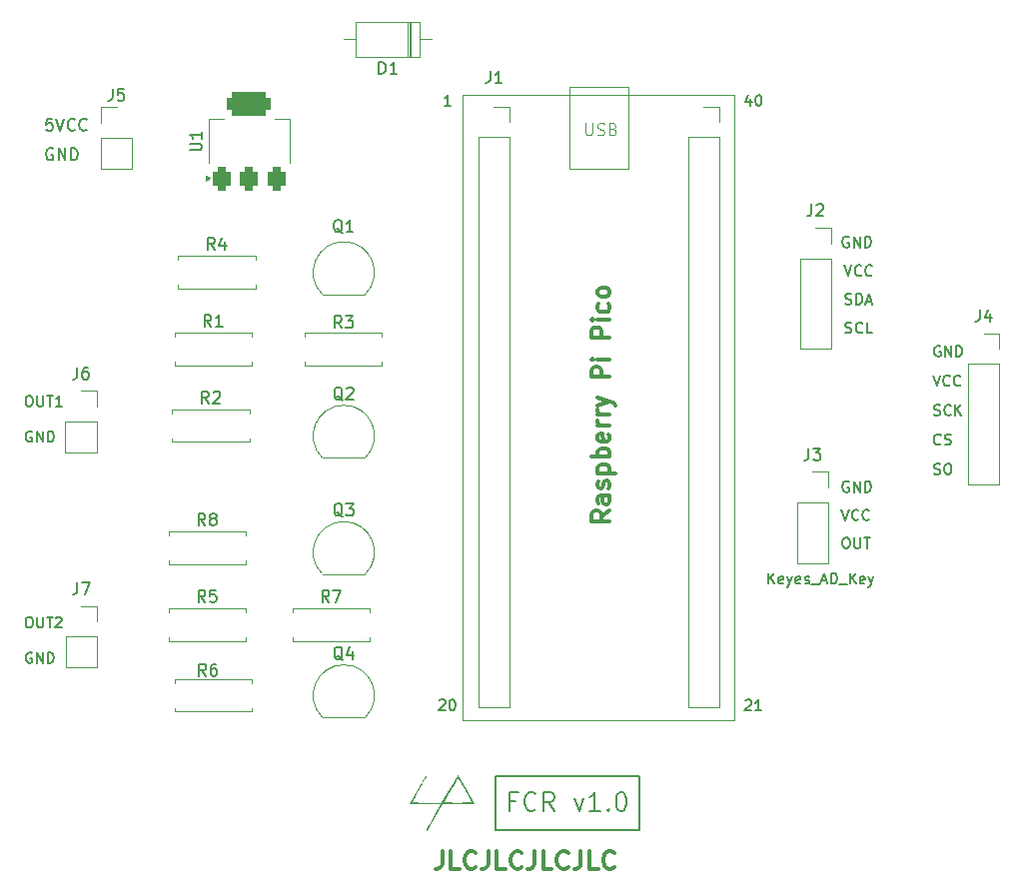
<source format=gto>
G04 #@! TF.GenerationSoftware,KiCad,Pcbnew,8.0.7-8.0.7-0~ubuntu22.04.1*
G04 #@! TF.CreationDate,2025-01-05T09:50:44-03:00*
G04 #@! TF.ProjectId,fenix-controlador-de-ressolda,66656e69-782d-4636-9f6e-74726f6c6164,rev?*
G04 #@! TF.SameCoordinates,Original*
G04 #@! TF.FileFunction,Legend,Top*
G04 #@! TF.FilePolarity,Positive*
%FSLAX46Y46*%
G04 Gerber Fmt 4.6, Leading zero omitted, Abs format (unit mm)*
G04 Created by KiCad (PCBNEW 8.0.7-8.0.7-0~ubuntu22.04.1) date 2025-01-05 09:50:44*
%MOMM*%
%LPD*%
G01*
G04 APERTURE LIST*
G04 Aperture macros list*
%AMRoundRect*
0 Rectangle with rounded corners*
0 $1 Rounding radius*
0 $2 $3 $4 $5 $6 $7 $8 $9 X,Y pos of 4 corners*
0 Add a 4 corners polygon primitive as box body*
4,1,4,$2,$3,$4,$5,$6,$7,$8,$9,$2,$3,0*
0 Add four circle primitives for the rounded corners*
1,1,$1+$1,$2,$3*
1,1,$1+$1,$4,$5*
1,1,$1+$1,$6,$7*
1,1,$1+$1,$8,$9*
0 Add four rect primitives between the rounded corners*
20,1,$1+$1,$2,$3,$4,$5,0*
20,1,$1+$1,$4,$5,$6,$7,0*
20,1,$1+$1,$6,$7,$8,$9,0*
20,1,$1+$1,$8,$9,$2,$3,0*%
G04 Aperture macros list end*
%ADD10C,0.304800*%
%ADD11C,0.100000*%
%ADD12C,0.152400*%
%ADD13C,0.187500*%
%ADD14C,0.300000*%
%ADD15C,0.150000*%
%ADD16C,0.000000*%
%ADD17C,0.120000*%
%ADD18C,3.500000*%
%ADD19R,1.700000X1.700000*%
%ADD20O,1.700000X1.700000*%
%ADD21C,1.600000*%
%ADD22O,1.600000X1.600000*%
%ADD23R,1.050000X1.500000*%
%ADD24O,1.050000X1.500000*%
%ADD25RoundRect,0.375000X0.375000X-0.625000X0.375000X0.625000X-0.375000X0.625000X-0.375000X-0.625000X0*%
%ADD26RoundRect,0.500000X1.400000X-0.500000X1.400000X0.500000X-1.400000X0.500000X-1.400000X-0.500000X0*%
%ADD27R,2.200000X2.200000*%
%ADD28O,2.200000X2.200000*%
G04 APERTURE END LIST*
D10*
X137826297Y-133023641D02*
X137826297Y-134112212D01*
X137826297Y-134112212D02*
X137753726Y-134329927D01*
X137753726Y-134329927D02*
X137608583Y-134475070D01*
X137608583Y-134475070D02*
X137390869Y-134547641D01*
X137390869Y-134547641D02*
X137245726Y-134547641D01*
X139277726Y-134547641D02*
X138552012Y-134547641D01*
X138552012Y-134547641D02*
X138552012Y-133023641D01*
X140656583Y-134402498D02*
X140584011Y-134475070D01*
X140584011Y-134475070D02*
X140366297Y-134547641D01*
X140366297Y-134547641D02*
X140221154Y-134547641D01*
X140221154Y-134547641D02*
X140003440Y-134475070D01*
X140003440Y-134475070D02*
X139858297Y-134329927D01*
X139858297Y-134329927D02*
X139785726Y-134184784D01*
X139785726Y-134184784D02*
X139713154Y-133894498D01*
X139713154Y-133894498D02*
X139713154Y-133676784D01*
X139713154Y-133676784D02*
X139785726Y-133386498D01*
X139785726Y-133386498D02*
X139858297Y-133241355D01*
X139858297Y-133241355D02*
X140003440Y-133096212D01*
X140003440Y-133096212D02*
X140221154Y-133023641D01*
X140221154Y-133023641D02*
X140366297Y-133023641D01*
X140366297Y-133023641D02*
X140584011Y-133096212D01*
X140584011Y-133096212D02*
X140656583Y-133168784D01*
X141745154Y-133023641D02*
X141745154Y-134112212D01*
X141745154Y-134112212D02*
X141672583Y-134329927D01*
X141672583Y-134329927D02*
X141527440Y-134475070D01*
X141527440Y-134475070D02*
X141309726Y-134547641D01*
X141309726Y-134547641D02*
X141164583Y-134547641D01*
X143196583Y-134547641D02*
X142470869Y-134547641D01*
X142470869Y-134547641D02*
X142470869Y-133023641D01*
X144575440Y-134402498D02*
X144502868Y-134475070D01*
X144502868Y-134475070D02*
X144285154Y-134547641D01*
X144285154Y-134547641D02*
X144140011Y-134547641D01*
X144140011Y-134547641D02*
X143922297Y-134475070D01*
X143922297Y-134475070D02*
X143777154Y-134329927D01*
X143777154Y-134329927D02*
X143704583Y-134184784D01*
X143704583Y-134184784D02*
X143632011Y-133894498D01*
X143632011Y-133894498D02*
X143632011Y-133676784D01*
X143632011Y-133676784D02*
X143704583Y-133386498D01*
X143704583Y-133386498D02*
X143777154Y-133241355D01*
X143777154Y-133241355D02*
X143922297Y-133096212D01*
X143922297Y-133096212D02*
X144140011Y-133023641D01*
X144140011Y-133023641D02*
X144285154Y-133023641D01*
X144285154Y-133023641D02*
X144502868Y-133096212D01*
X144502868Y-133096212D02*
X144575440Y-133168784D01*
X145664011Y-133023641D02*
X145664011Y-134112212D01*
X145664011Y-134112212D02*
X145591440Y-134329927D01*
X145591440Y-134329927D02*
X145446297Y-134475070D01*
X145446297Y-134475070D02*
X145228583Y-134547641D01*
X145228583Y-134547641D02*
X145083440Y-134547641D01*
X147115440Y-134547641D02*
X146389726Y-134547641D01*
X146389726Y-134547641D02*
X146389726Y-133023641D01*
X148494297Y-134402498D02*
X148421725Y-134475070D01*
X148421725Y-134475070D02*
X148204011Y-134547641D01*
X148204011Y-134547641D02*
X148058868Y-134547641D01*
X148058868Y-134547641D02*
X147841154Y-134475070D01*
X147841154Y-134475070D02*
X147696011Y-134329927D01*
X147696011Y-134329927D02*
X147623440Y-134184784D01*
X147623440Y-134184784D02*
X147550868Y-133894498D01*
X147550868Y-133894498D02*
X147550868Y-133676784D01*
X147550868Y-133676784D02*
X147623440Y-133386498D01*
X147623440Y-133386498D02*
X147696011Y-133241355D01*
X147696011Y-133241355D02*
X147841154Y-133096212D01*
X147841154Y-133096212D02*
X148058868Y-133023641D01*
X148058868Y-133023641D02*
X148204011Y-133023641D01*
X148204011Y-133023641D02*
X148421725Y-133096212D01*
X148421725Y-133096212D02*
X148494297Y-133168784D01*
X149582868Y-133023641D02*
X149582868Y-134112212D01*
X149582868Y-134112212D02*
X149510297Y-134329927D01*
X149510297Y-134329927D02*
X149365154Y-134475070D01*
X149365154Y-134475070D02*
X149147440Y-134547641D01*
X149147440Y-134547641D02*
X149002297Y-134547641D01*
X151034297Y-134547641D02*
X150308583Y-134547641D01*
X150308583Y-134547641D02*
X150308583Y-133023641D01*
X152413154Y-134402498D02*
X152340582Y-134475070D01*
X152340582Y-134475070D02*
X152122868Y-134547641D01*
X152122868Y-134547641D02*
X151977725Y-134547641D01*
X151977725Y-134547641D02*
X151760011Y-134475070D01*
X151760011Y-134475070D02*
X151614868Y-134329927D01*
X151614868Y-134329927D02*
X151542297Y-134184784D01*
X151542297Y-134184784D02*
X151469725Y-133894498D01*
X151469725Y-133894498D02*
X151469725Y-133676784D01*
X151469725Y-133676784D02*
X151542297Y-133386498D01*
X151542297Y-133386498D02*
X151614868Y-133241355D01*
X151614868Y-133241355D02*
X151760011Y-133096212D01*
X151760011Y-133096212D02*
X151977725Y-133023641D01*
X151977725Y-133023641D02*
X152122868Y-133023641D01*
X152122868Y-133023641D02*
X152340582Y-133096212D01*
X152340582Y-133096212D02*
X152413154Y-133168784D01*
D11*
X139585000Y-68970000D02*
X162585000Y-68970000D01*
X162585000Y-121970000D01*
X139585000Y-121970000D01*
X139585000Y-68970000D01*
X148585000Y-68220000D02*
X153585000Y-68220000D01*
X153585000Y-75220000D01*
X148585000Y-75220000D01*
X148585000Y-68220000D01*
D12*
X142322410Y-126720000D02*
X154572410Y-126720000D01*
X154572410Y-131220000D01*
X142322410Y-131220000D01*
X142322410Y-126720000D01*
D13*
X172279069Y-101742964D02*
X172193355Y-101700107D01*
X172193355Y-101700107D02*
X172064783Y-101700107D01*
X172064783Y-101700107D02*
X171936212Y-101742964D01*
X171936212Y-101742964D02*
X171850497Y-101828678D01*
X171850497Y-101828678D02*
X171807640Y-101914392D01*
X171807640Y-101914392D02*
X171764783Y-102085821D01*
X171764783Y-102085821D02*
X171764783Y-102214392D01*
X171764783Y-102214392D02*
X171807640Y-102385821D01*
X171807640Y-102385821D02*
X171850497Y-102471535D01*
X171850497Y-102471535D02*
X171936212Y-102557250D01*
X171936212Y-102557250D02*
X172064783Y-102600107D01*
X172064783Y-102600107D02*
X172150497Y-102600107D01*
X172150497Y-102600107D02*
X172279069Y-102557250D01*
X172279069Y-102557250D02*
X172321926Y-102514392D01*
X172321926Y-102514392D02*
X172321926Y-102214392D01*
X172321926Y-102214392D02*
X172150497Y-102214392D01*
X172707640Y-102600107D02*
X172707640Y-101700107D01*
X172707640Y-101700107D02*
X173221926Y-102600107D01*
X173221926Y-102600107D02*
X173221926Y-101700107D01*
X173650497Y-102600107D02*
X173650497Y-101700107D01*
X173650497Y-101700107D02*
X173864783Y-101700107D01*
X173864783Y-101700107D02*
X173993354Y-101742964D01*
X173993354Y-101742964D02*
X174079069Y-101828678D01*
X174079069Y-101828678D02*
X174121926Y-101914392D01*
X174121926Y-101914392D02*
X174164783Y-102085821D01*
X174164783Y-102085821D02*
X174164783Y-102214392D01*
X174164783Y-102214392D02*
X174121926Y-102385821D01*
X174121926Y-102385821D02*
X174079069Y-102471535D01*
X174079069Y-102471535D02*
X173993354Y-102557250D01*
X173993354Y-102557250D02*
X173864783Y-102600107D01*
X173864783Y-102600107D02*
X173650497Y-102600107D01*
X163943355Y-69250107D02*
X163943355Y-69850107D01*
X163729069Y-68907250D02*
X163514783Y-69550107D01*
X163514783Y-69550107D02*
X164071926Y-69550107D01*
X164586212Y-68950107D02*
X164671926Y-68950107D01*
X164671926Y-68950107D02*
X164757640Y-68992964D01*
X164757640Y-68992964D02*
X164800498Y-69035821D01*
X164800498Y-69035821D02*
X164843355Y-69121535D01*
X164843355Y-69121535D02*
X164886212Y-69292964D01*
X164886212Y-69292964D02*
X164886212Y-69507250D01*
X164886212Y-69507250D02*
X164843355Y-69678678D01*
X164843355Y-69678678D02*
X164800498Y-69764392D01*
X164800498Y-69764392D02*
X164757640Y-69807250D01*
X164757640Y-69807250D02*
X164671926Y-69850107D01*
X164671926Y-69850107D02*
X164586212Y-69850107D01*
X164586212Y-69850107D02*
X164500498Y-69807250D01*
X164500498Y-69807250D02*
X164457640Y-69764392D01*
X164457640Y-69764392D02*
X164414783Y-69678678D01*
X164414783Y-69678678D02*
X164371926Y-69507250D01*
X164371926Y-69507250D02*
X164371926Y-69292964D01*
X164371926Y-69292964D02*
X164414783Y-69121535D01*
X164414783Y-69121535D02*
X164457640Y-69035821D01*
X164457640Y-69035821D02*
X164500498Y-68992964D01*
X164500498Y-68992964D02*
X164586212Y-68950107D01*
X180071926Y-98514392D02*
X180029069Y-98557250D01*
X180029069Y-98557250D02*
X179900497Y-98600107D01*
X179900497Y-98600107D02*
X179814783Y-98600107D01*
X179814783Y-98600107D02*
X179686212Y-98557250D01*
X179686212Y-98557250D02*
X179600497Y-98471535D01*
X179600497Y-98471535D02*
X179557640Y-98385821D01*
X179557640Y-98385821D02*
X179514783Y-98214392D01*
X179514783Y-98214392D02*
X179514783Y-98085821D01*
X179514783Y-98085821D02*
X179557640Y-97914392D01*
X179557640Y-97914392D02*
X179600497Y-97828678D01*
X179600497Y-97828678D02*
X179686212Y-97742964D01*
X179686212Y-97742964D02*
X179814783Y-97700107D01*
X179814783Y-97700107D02*
X179900497Y-97700107D01*
X179900497Y-97700107D02*
X180029069Y-97742964D01*
X180029069Y-97742964D02*
X180071926Y-97785821D01*
X180414783Y-98557250D02*
X180543355Y-98600107D01*
X180543355Y-98600107D02*
X180757640Y-98600107D01*
X180757640Y-98600107D02*
X180843355Y-98557250D01*
X180843355Y-98557250D02*
X180886212Y-98514392D01*
X180886212Y-98514392D02*
X180929069Y-98428678D01*
X180929069Y-98428678D02*
X180929069Y-98342964D01*
X180929069Y-98342964D02*
X180886212Y-98257250D01*
X180886212Y-98257250D02*
X180843355Y-98214392D01*
X180843355Y-98214392D02*
X180757640Y-98171535D01*
X180757640Y-98171535D02*
X180586212Y-98128678D01*
X180586212Y-98128678D02*
X180500497Y-98085821D01*
X180500497Y-98085821D02*
X180457640Y-98042964D01*
X180457640Y-98042964D02*
X180414783Y-97957250D01*
X180414783Y-97957250D02*
X180414783Y-97871535D01*
X180414783Y-97871535D02*
X180457640Y-97785821D01*
X180457640Y-97785821D02*
X180500497Y-97742964D01*
X180500497Y-97742964D02*
X180586212Y-97700107D01*
X180586212Y-97700107D02*
X180800497Y-97700107D01*
X180800497Y-97700107D02*
X180929069Y-97742964D01*
X179514783Y-96057250D02*
X179643355Y-96100107D01*
X179643355Y-96100107D02*
X179857640Y-96100107D01*
X179857640Y-96100107D02*
X179943355Y-96057250D01*
X179943355Y-96057250D02*
X179986212Y-96014392D01*
X179986212Y-96014392D02*
X180029069Y-95928678D01*
X180029069Y-95928678D02*
X180029069Y-95842964D01*
X180029069Y-95842964D02*
X179986212Y-95757250D01*
X179986212Y-95757250D02*
X179943355Y-95714392D01*
X179943355Y-95714392D02*
X179857640Y-95671535D01*
X179857640Y-95671535D02*
X179686212Y-95628678D01*
X179686212Y-95628678D02*
X179600497Y-95585821D01*
X179600497Y-95585821D02*
X179557640Y-95542964D01*
X179557640Y-95542964D02*
X179514783Y-95457250D01*
X179514783Y-95457250D02*
X179514783Y-95371535D01*
X179514783Y-95371535D02*
X179557640Y-95285821D01*
X179557640Y-95285821D02*
X179600497Y-95242964D01*
X179600497Y-95242964D02*
X179686212Y-95200107D01*
X179686212Y-95200107D02*
X179900497Y-95200107D01*
X179900497Y-95200107D02*
X180029069Y-95242964D01*
X180929069Y-96014392D02*
X180886212Y-96057250D01*
X180886212Y-96057250D02*
X180757640Y-96100107D01*
X180757640Y-96100107D02*
X180671926Y-96100107D01*
X180671926Y-96100107D02*
X180543355Y-96057250D01*
X180543355Y-96057250D02*
X180457640Y-95971535D01*
X180457640Y-95971535D02*
X180414783Y-95885821D01*
X180414783Y-95885821D02*
X180371926Y-95714392D01*
X180371926Y-95714392D02*
X180371926Y-95585821D01*
X180371926Y-95585821D02*
X180414783Y-95414392D01*
X180414783Y-95414392D02*
X180457640Y-95328678D01*
X180457640Y-95328678D02*
X180543355Y-95242964D01*
X180543355Y-95242964D02*
X180671926Y-95200107D01*
X180671926Y-95200107D02*
X180757640Y-95200107D01*
X180757640Y-95200107D02*
X180886212Y-95242964D01*
X180886212Y-95242964D02*
X180929069Y-95285821D01*
X181314783Y-96100107D02*
X181314783Y-95200107D01*
X181829069Y-96100107D02*
X181443355Y-95585821D01*
X181829069Y-95200107D02*
X181314783Y-95714392D01*
X171929069Y-83366773D02*
X172229069Y-84266773D01*
X172229069Y-84266773D02*
X172529069Y-83366773D01*
X173343355Y-84181058D02*
X173300498Y-84223916D01*
X173300498Y-84223916D02*
X173171926Y-84266773D01*
X173171926Y-84266773D02*
X173086212Y-84266773D01*
X173086212Y-84266773D02*
X172957641Y-84223916D01*
X172957641Y-84223916D02*
X172871926Y-84138201D01*
X172871926Y-84138201D02*
X172829069Y-84052487D01*
X172829069Y-84052487D02*
X172786212Y-83881058D01*
X172786212Y-83881058D02*
X172786212Y-83752487D01*
X172786212Y-83752487D02*
X172829069Y-83581058D01*
X172829069Y-83581058D02*
X172871926Y-83495344D01*
X172871926Y-83495344D02*
X172957641Y-83409630D01*
X172957641Y-83409630D02*
X173086212Y-83366773D01*
X173086212Y-83366773D02*
X173171926Y-83366773D01*
X173171926Y-83366773D02*
X173300498Y-83409630D01*
X173300498Y-83409630D02*
X173343355Y-83452487D01*
X174243355Y-84181058D02*
X174200498Y-84223916D01*
X174200498Y-84223916D02*
X174071926Y-84266773D01*
X174071926Y-84266773D02*
X173986212Y-84266773D01*
X173986212Y-84266773D02*
X173857641Y-84223916D01*
X173857641Y-84223916D02*
X173771926Y-84138201D01*
X173771926Y-84138201D02*
X173729069Y-84052487D01*
X173729069Y-84052487D02*
X173686212Y-83881058D01*
X173686212Y-83881058D02*
X173686212Y-83752487D01*
X173686212Y-83752487D02*
X173729069Y-83581058D01*
X173729069Y-83581058D02*
X173771926Y-83495344D01*
X173771926Y-83495344D02*
X173857641Y-83409630D01*
X173857641Y-83409630D02*
X173986212Y-83366773D01*
X173986212Y-83366773D02*
X174071926Y-83366773D01*
X174071926Y-83366773D02*
X174200498Y-83409630D01*
X174200498Y-83409630D02*
X174243355Y-83452487D01*
X172014783Y-89057250D02*
X172143355Y-89100107D01*
X172143355Y-89100107D02*
X172357640Y-89100107D01*
X172357640Y-89100107D02*
X172443355Y-89057250D01*
X172443355Y-89057250D02*
X172486212Y-89014392D01*
X172486212Y-89014392D02*
X172529069Y-88928678D01*
X172529069Y-88928678D02*
X172529069Y-88842964D01*
X172529069Y-88842964D02*
X172486212Y-88757250D01*
X172486212Y-88757250D02*
X172443355Y-88714392D01*
X172443355Y-88714392D02*
X172357640Y-88671535D01*
X172357640Y-88671535D02*
X172186212Y-88628678D01*
X172186212Y-88628678D02*
X172100497Y-88585821D01*
X172100497Y-88585821D02*
X172057640Y-88542964D01*
X172057640Y-88542964D02*
X172014783Y-88457250D01*
X172014783Y-88457250D02*
X172014783Y-88371535D01*
X172014783Y-88371535D02*
X172057640Y-88285821D01*
X172057640Y-88285821D02*
X172100497Y-88242964D01*
X172100497Y-88242964D02*
X172186212Y-88200107D01*
X172186212Y-88200107D02*
X172400497Y-88200107D01*
X172400497Y-88200107D02*
X172529069Y-88242964D01*
X173429069Y-89014392D02*
X173386212Y-89057250D01*
X173386212Y-89057250D02*
X173257640Y-89100107D01*
X173257640Y-89100107D02*
X173171926Y-89100107D01*
X173171926Y-89100107D02*
X173043355Y-89057250D01*
X173043355Y-89057250D02*
X172957640Y-88971535D01*
X172957640Y-88971535D02*
X172914783Y-88885821D01*
X172914783Y-88885821D02*
X172871926Y-88714392D01*
X172871926Y-88714392D02*
X172871926Y-88585821D01*
X172871926Y-88585821D02*
X172914783Y-88414392D01*
X172914783Y-88414392D02*
X172957640Y-88328678D01*
X172957640Y-88328678D02*
X173043355Y-88242964D01*
X173043355Y-88242964D02*
X173171926Y-88200107D01*
X173171926Y-88200107D02*
X173257640Y-88200107D01*
X173257640Y-88200107D02*
X173386212Y-88242964D01*
X173386212Y-88242964D02*
X173429069Y-88285821D01*
X174243355Y-89100107D02*
X173814783Y-89100107D01*
X173814783Y-89100107D02*
X173814783Y-88200107D01*
D11*
X149973884Y-71342419D02*
X149973884Y-72151942D01*
X149973884Y-72151942D02*
X150021503Y-72247180D01*
X150021503Y-72247180D02*
X150069122Y-72294800D01*
X150069122Y-72294800D02*
X150164360Y-72342419D01*
X150164360Y-72342419D02*
X150354836Y-72342419D01*
X150354836Y-72342419D02*
X150450074Y-72294800D01*
X150450074Y-72294800D02*
X150497693Y-72247180D01*
X150497693Y-72247180D02*
X150545312Y-72151942D01*
X150545312Y-72151942D02*
X150545312Y-71342419D01*
X150973884Y-72294800D02*
X151116741Y-72342419D01*
X151116741Y-72342419D02*
X151354836Y-72342419D01*
X151354836Y-72342419D02*
X151450074Y-72294800D01*
X151450074Y-72294800D02*
X151497693Y-72247180D01*
X151497693Y-72247180D02*
X151545312Y-72151942D01*
X151545312Y-72151942D02*
X151545312Y-72056704D01*
X151545312Y-72056704D02*
X151497693Y-71961466D01*
X151497693Y-71961466D02*
X151450074Y-71913847D01*
X151450074Y-71913847D02*
X151354836Y-71866228D01*
X151354836Y-71866228D02*
X151164360Y-71818609D01*
X151164360Y-71818609D02*
X151069122Y-71770990D01*
X151069122Y-71770990D02*
X151021503Y-71723371D01*
X151021503Y-71723371D02*
X150973884Y-71628133D01*
X150973884Y-71628133D02*
X150973884Y-71532895D01*
X150973884Y-71532895D02*
X151021503Y-71437657D01*
X151021503Y-71437657D02*
X151069122Y-71390038D01*
X151069122Y-71390038D02*
X151164360Y-71342419D01*
X151164360Y-71342419D02*
X151402455Y-71342419D01*
X151402455Y-71342419D02*
X151545312Y-71390038D01*
X152307217Y-71818609D02*
X152450074Y-71866228D01*
X152450074Y-71866228D02*
X152497693Y-71913847D01*
X152497693Y-71913847D02*
X152545312Y-72009085D01*
X152545312Y-72009085D02*
X152545312Y-72151942D01*
X152545312Y-72151942D02*
X152497693Y-72247180D01*
X152497693Y-72247180D02*
X152450074Y-72294800D01*
X152450074Y-72294800D02*
X152354836Y-72342419D01*
X152354836Y-72342419D02*
X151973884Y-72342419D01*
X151973884Y-72342419D02*
X151973884Y-71342419D01*
X151973884Y-71342419D02*
X152307217Y-71342419D01*
X152307217Y-71342419D02*
X152402455Y-71390038D01*
X152402455Y-71390038D02*
X152450074Y-71437657D01*
X152450074Y-71437657D02*
X152497693Y-71532895D01*
X152497693Y-71532895D02*
X152497693Y-71628133D01*
X152497693Y-71628133D02*
X152450074Y-71723371D01*
X152450074Y-71723371D02*
X152402455Y-71770990D01*
X152402455Y-71770990D02*
X152307217Y-71818609D01*
X152307217Y-71818609D02*
X151973884Y-71818609D01*
D14*
X152016828Y-104197632D02*
X151302542Y-104697632D01*
X152016828Y-105054775D02*
X150516828Y-105054775D01*
X150516828Y-105054775D02*
X150516828Y-104483346D01*
X150516828Y-104483346D02*
X150588257Y-104340489D01*
X150588257Y-104340489D02*
X150659685Y-104269060D01*
X150659685Y-104269060D02*
X150802542Y-104197632D01*
X150802542Y-104197632D02*
X151016828Y-104197632D01*
X151016828Y-104197632D02*
X151159685Y-104269060D01*
X151159685Y-104269060D02*
X151231114Y-104340489D01*
X151231114Y-104340489D02*
X151302542Y-104483346D01*
X151302542Y-104483346D02*
X151302542Y-105054775D01*
X152016828Y-102911918D02*
X151231114Y-102911918D01*
X151231114Y-102911918D02*
X151088257Y-102983346D01*
X151088257Y-102983346D02*
X151016828Y-103126203D01*
X151016828Y-103126203D02*
X151016828Y-103411918D01*
X151016828Y-103411918D02*
X151088257Y-103554775D01*
X151945400Y-102911918D02*
X152016828Y-103054775D01*
X152016828Y-103054775D02*
X152016828Y-103411918D01*
X152016828Y-103411918D02*
X151945400Y-103554775D01*
X151945400Y-103554775D02*
X151802542Y-103626203D01*
X151802542Y-103626203D02*
X151659685Y-103626203D01*
X151659685Y-103626203D02*
X151516828Y-103554775D01*
X151516828Y-103554775D02*
X151445400Y-103411918D01*
X151445400Y-103411918D02*
X151445400Y-103054775D01*
X151445400Y-103054775D02*
X151373971Y-102911918D01*
X151945400Y-102269060D02*
X152016828Y-102126203D01*
X152016828Y-102126203D02*
X152016828Y-101840489D01*
X152016828Y-101840489D02*
X151945400Y-101697632D01*
X151945400Y-101697632D02*
X151802542Y-101626203D01*
X151802542Y-101626203D02*
X151731114Y-101626203D01*
X151731114Y-101626203D02*
X151588257Y-101697632D01*
X151588257Y-101697632D02*
X151516828Y-101840489D01*
X151516828Y-101840489D02*
X151516828Y-102054775D01*
X151516828Y-102054775D02*
X151445400Y-102197632D01*
X151445400Y-102197632D02*
X151302542Y-102269060D01*
X151302542Y-102269060D02*
X151231114Y-102269060D01*
X151231114Y-102269060D02*
X151088257Y-102197632D01*
X151088257Y-102197632D02*
X151016828Y-102054775D01*
X151016828Y-102054775D02*
X151016828Y-101840489D01*
X151016828Y-101840489D02*
X151088257Y-101697632D01*
X151016828Y-100983346D02*
X152516828Y-100983346D01*
X151088257Y-100983346D02*
X151016828Y-100840489D01*
X151016828Y-100840489D02*
X151016828Y-100554774D01*
X151016828Y-100554774D02*
X151088257Y-100411917D01*
X151088257Y-100411917D02*
X151159685Y-100340489D01*
X151159685Y-100340489D02*
X151302542Y-100269060D01*
X151302542Y-100269060D02*
X151731114Y-100269060D01*
X151731114Y-100269060D02*
X151873971Y-100340489D01*
X151873971Y-100340489D02*
X151945400Y-100411917D01*
X151945400Y-100411917D02*
X152016828Y-100554774D01*
X152016828Y-100554774D02*
X152016828Y-100840489D01*
X152016828Y-100840489D02*
X151945400Y-100983346D01*
X152016828Y-99626203D02*
X150516828Y-99626203D01*
X151088257Y-99626203D02*
X151016828Y-99483346D01*
X151016828Y-99483346D02*
X151016828Y-99197631D01*
X151016828Y-99197631D02*
X151088257Y-99054774D01*
X151088257Y-99054774D02*
X151159685Y-98983346D01*
X151159685Y-98983346D02*
X151302542Y-98911917D01*
X151302542Y-98911917D02*
X151731114Y-98911917D01*
X151731114Y-98911917D02*
X151873971Y-98983346D01*
X151873971Y-98983346D02*
X151945400Y-99054774D01*
X151945400Y-99054774D02*
X152016828Y-99197631D01*
X152016828Y-99197631D02*
X152016828Y-99483346D01*
X152016828Y-99483346D02*
X151945400Y-99626203D01*
X151945400Y-97697631D02*
X152016828Y-97840488D01*
X152016828Y-97840488D02*
X152016828Y-98126203D01*
X152016828Y-98126203D02*
X151945400Y-98269060D01*
X151945400Y-98269060D02*
X151802542Y-98340488D01*
X151802542Y-98340488D02*
X151231114Y-98340488D01*
X151231114Y-98340488D02*
X151088257Y-98269060D01*
X151088257Y-98269060D02*
X151016828Y-98126203D01*
X151016828Y-98126203D02*
X151016828Y-97840488D01*
X151016828Y-97840488D02*
X151088257Y-97697631D01*
X151088257Y-97697631D02*
X151231114Y-97626203D01*
X151231114Y-97626203D02*
X151373971Y-97626203D01*
X151373971Y-97626203D02*
X151516828Y-98340488D01*
X152016828Y-96983346D02*
X151016828Y-96983346D01*
X151302542Y-96983346D02*
X151159685Y-96911917D01*
X151159685Y-96911917D02*
X151088257Y-96840489D01*
X151088257Y-96840489D02*
X151016828Y-96697631D01*
X151016828Y-96697631D02*
X151016828Y-96554774D01*
X152016828Y-96054775D02*
X151016828Y-96054775D01*
X151302542Y-96054775D02*
X151159685Y-95983346D01*
X151159685Y-95983346D02*
X151088257Y-95911918D01*
X151088257Y-95911918D02*
X151016828Y-95769060D01*
X151016828Y-95769060D02*
X151016828Y-95626203D01*
X151016828Y-95269061D02*
X152016828Y-94911918D01*
X151016828Y-94554775D02*
X152016828Y-94911918D01*
X152016828Y-94911918D02*
X152373971Y-95054775D01*
X152373971Y-95054775D02*
X152445400Y-95126204D01*
X152445400Y-95126204D02*
X152516828Y-95269061D01*
X152016828Y-92840490D02*
X150516828Y-92840490D01*
X150516828Y-92840490D02*
X150516828Y-92269061D01*
X150516828Y-92269061D02*
X150588257Y-92126204D01*
X150588257Y-92126204D02*
X150659685Y-92054775D01*
X150659685Y-92054775D02*
X150802542Y-91983347D01*
X150802542Y-91983347D02*
X151016828Y-91983347D01*
X151016828Y-91983347D02*
X151159685Y-92054775D01*
X151159685Y-92054775D02*
X151231114Y-92126204D01*
X151231114Y-92126204D02*
X151302542Y-92269061D01*
X151302542Y-92269061D02*
X151302542Y-92840490D01*
X152016828Y-91340490D02*
X151016828Y-91340490D01*
X150516828Y-91340490D02*
X150588257Y-91411918D01*
X150588257Y-91411918D02*
X150659685Y-91340490D01*
X150659685Y-91340490D02*
X150588257Y-91269061D01*
X150588257Y-91269061D02*
X150516828Y-91340490D01*
X150516828Y-91340490D02*
X150659685Y-91340490D01*
X152016828Y-89483347D02*
X150516828Y-89483347D01*
X150516828Y-89483347D02*
X150516828Y-88911918D01*
X150516828Y-88911918D02*
X150588257Y-88769061D01*
X150588257Y-88769061D02*
X150659685Y-88697632D01*
X150659685Y-88697632D02*
X150802542Y-88626204D01*
X150802542Y-88626204D02*
X151016828Y-88626204D01*
X151016828Y-88626204D02*
X151159685Y-88697632D01*
X151159685Y-88697632D02*
X151231114Y-88769061D01*
X151231114Y-88769061D02*
X151302542Y-88911918D01*
X151302542Y-88911918D02*
X151302542Y-89483347D01*
X152016828Y-87983347D02*
X151016828Y-87983347D01*
X150516828Y-87983347D02*
X150588257Y-88054775D01*
X150588257Y-88054775D02*
X150659685Y-87983347D01*
X150659685Y-87983347D02*
X150588257Y-87911918D01*
X150588257Y-87911918D02*
X150516828Y-87983347D01*
X150516828Y-87983347D02*
X150659685Y-87983347D01*
X151945400Y-86626204D02*
X152016828Y-86769061D01*
X152016828Y-86769061D02*
X152016828Y-87054775D01*
X152016828Y-87054775D02*
X151945400Y-87197632D01*
X151945400Y-87197632D02*
X151873971Y-87269061D01*
X151873971Y-87269061D02*
X151731114Y-87340489D01*
X151731114Y-87340489D02*
X151302542Y-87340489D01*
X151302542Y-87340489D02*
X151159685Y-87269061D01*
X151159685Y-87269061D02*
X151088257Y-87197632D01*
X151088257Y-87197632D02*
X151016828Y-87054775D01*
X151016828Y-87054775D02*
X151016828Y-86769061D01*
X151016828Y-86769061D02*
X151088257Y-86626204D01*
X152016828Y-85769061D02*
X151945400Y-85911918D01*
X151945400Y-85911918D02*
X151873971Y-85983347D01*
X151873971Y-85983347D02*
X151731114Y-86054775D01*
X151731114Y-86054775D02*
X151302542Y-86054775D01*
X151302542Y-86054775D02*
X151159685Y-85983347D01*
X151159685Y-85983347D02*
X151088257Y-85911918D01*
X151088257Y-85911918D02*
X151016828Y-85769061D01*
X151016828Y-85769061D02*
X151016828Y-85554775D01*
X151016828Y-85554775D02*
X151088257Y-85411918D01*
X151088257Y-85411918D02*
X151159685Y-85340490D01*
X151159685Y-85340490D02*
X151302542Y-85269061D01*
X151302542Y-85269061D02*
X151731114Y-85269061D01*
X151731114Y-85269061D02*
X151873971Y-85340490D01*
X151873971Y-85340490D02*
X151945400Y-85411918D01*
X151945400Y-85411918D02*
X152016828Y-85554775D01*
X152016828Y-85554775D02*
X152016828Y-85769061D01*
D13*
X103029069Y-97492964D02*
X102943355Y-97450107D01*
X102943355Y-97450107D02*
X102814783Y-97450107D01*
X102814783Y-97450107D02*
X102686212Y-97492964D01*
X102686212Y-97492964D02*
X102600497Y-97578678D01*
X102600497Y-97578678D02*
X102557640Y-97664392D01*
X102557640Y-97664392D02*
X102514783Y-97835821D01*
X102514783Y-97835821D02*
X102514783Y-97964392D01*
X102514783Y-97964392D02*
X102557640Y-98135821D01*
X102557640Y-98135821D02*
X102600497Y-98221535D01*
X102600497Y-98221535D02*
X102686212Y-98307250D01*
X102686212Y-98307250D02*
X102814783Y-98350107D01*
X102814783Y-98350107D02*
X102900497Y-98350107D01*
X102900497Y-98350107D02*
X103029069Y-98307250D01*
X103029069Y-98307250D02*
X103071926Y-98264392D01*
X103071926Y-98264392D02*
X103071926Y-97964392D01*
X103071926Y-97964392D02*
X102900497Y-97964392D01*
X103457640Y-98350107D02*
X103457640Y-97450107D01*
X103457640Y-97450107D02*
X103971926Y-98350107D01*
X103971926Y-98350107D02*
X103971926Y-97450107D01*
X104400497Y-98350107D02*
X104400497Y-97450107D01*
X104400497Y-97450107D02*
X104614783Y-97450107D01*
X104614783Y-97450107D02*
X104743354Y-97492964D01*
X104743354Y-97492964D02*
X104829069Y-97578678D01*
X104829069Y-97578678D02*
X104871926Y-97664392D01*
X104871926Y-97664392D02*
X104914783Y-97835821D01*
X104914783Y-97835821D02*
X104914783Y-97964392D01*
X104914783Y-97964392D02*
X104871926Y-98135821D01*
X104871926Y-98135821D02*
X104829069Y-98221535D01*
X104829069Y-98221535D02*
X104743354Y-98307250D01*
X104743354Y-98307250D02*
X104614783Y-98350107D01*
X104614783Y-98350107D02*
X104400497Y-98350107D01*
D15*
X104830588Y-73507438D02*
X104735350Y-73459819D01*
X104735350Y-73459819D02*
X104592493Y-73459819D01*
X104592493Y-73459819D02*
X104449636Y-73507438D01*
X104449636Y-73507438D02*
X104354398Y-73602676D01*
X104354398Y-73602676D02*
X104306779Y-73697914D01*
X104306779Y-73697914D02*
X104259160Y-73888390D01*
X104259160Y-73888390D02*
X104259160Y-74031247D01*
X104259160Y-74031247D02*
X104306779Y-74221723D01*
X104306779Y-74221723D02*
X104354398Y-74316961D01*
X104354398Y-74316961D02*
X104449636Y-74412200D01*
X104449636Y-74412200D02*
X104592493Y-74459819D01*
X104592493Y-74459819D02*
X104687731Y-74459819D01*
X104687731Y-74459819D02*
X104830588Y-74412200D01*
X104830588Y-74412200D02*
X104878207Y-74364580D01*
X104878207Y-74364580D02*
X104878207Y-74031247D01*
X104878207Y-74031247D02*
X104687731Y-74031247D01*
X105306779Y-74459819D02*
X105306779Y-73459819D01*
X105306779Y-73459819D02*
X105878207Y-74459819D01*
X105878207Y-74459819D02*
X105878207Y-73459819D01*
X106354398Y-74459819D02*
X106354398Y-73459819D01*
X106354398Y-73459819D02*
X106592493Y-73459819D01*
X106592493Y-73459819D02*
X106735350Y-73507438D01*
X106735350Y-73507438D02*
X106830588Y-73602676D01*
X106830588Y-73602676D02*
X106878207Y-73697914D01*
X106878207Y-73697914D02*
X106925826Y-73888390D01*
X106925826Y-73888390D02*
X106925826Y-74031247D01*
X106925826Y-74031247D02*
X106878207Y-74221723D01*
X106878207Y-74221723D02*
X106830588Y-74316961D01*
X106830588Y-74316961D02*
X106735350Y-74412200D01*
X106735350Y-74412200D02*
X106592493Y-74459819D01*
X106592493Y-74459819D02*
X106354398Y-74459819D01*
D12*
X144036458Y-128788843D02*
X143513125Y-128788843D01*
X143513125Y-129611224D02*
X143513125Y-128041224D01*
X143513125Y-128041224D02*
X144260744Y-128041224D01*
X145755982Y-129461701D02*
X145681220Y-129536463D01*
X145681220Y-129536463D02*
X145456934Y-129611224D01*
X145456934Y-129611224D02*
X145307410Y-129611224D01*
X145307410Y-129611224D02*
X145083125Y-129536463D01*
X145083125Y-129536463D02*
X144933601Y-129386939D01*
X144933601Y-129386939D02*
X144858839Y-129237415D01*
X144858839Y-129237415D02*
X144784077Y-128938367D01*
X144784077Y-128938367D02*
X144784077Y-128714082D01*
X144784077Y-128714082D02*
X144858839Y-128415034D01*
X144858839Y-128415034D02*
X144933601Y-128265510D01*
X144933601Y-128265510D02*
X145083125Y-128115986D01*
X145083125Y-128115986D02*
X145307410Y-128041224D01*
X145307410Y-128041224D02*
X145456934Y-128041224D01*
X145456934Y-128041224D02*
X145681220Y-128115986D01*
X145681220Y-128115986D02*
X145755982Y-128190748D01*
X147325982Y-129611224D02*
X146802649Y-128863605D01*
X146428839Y-129611224D02*
X146428839Y-128041224D01*
X146428839Y-128041224D02*
X147026934Y-128041224D01*
X147026934Y-128041224D02*
X147176458Y-128115986D01*
X147176458Y-128115986D02*
X147251220Y-128190748D01*
X147251220Y-128190748D02*
X147325982Y-128340272D01*
X147325982Y-128340272D02*
X147325982Y-128564558D01*
X147325982Y-128564558D02*
X147251220Y-128714082D01*
X147251220Y-128714082D02*
X147176458Y-128788843D01*
X147176458Y-128788843D02*
X147026934Y-128863605D01*
X147026934Y-128863605D02*
X146428839Y-128863605D01*
X149045505Y-128564558D02*
X149419315Y-129611224D01*
X149419315Y-129611224D02*
X149793124Y-128564558D01*
X151213600Y-129611224D02*
X150316457Y-129611224D01*
X150765029Y-129611224D02*
X150765029Y-128041224D01*
X150765029Y-128041224D02*
X150615505Y-128265510D01*
X150615505Y-128265510D02*
X150465981Y-128415034D01*
X150465981Y-128415034D02*
X150316457Y-128489796D01*
X151886457Y-129461701D02*
X151961219Y-129536463D01*
X151961219Y-129536463D02*
X151886457Y-129611224D01*
X151886457Y-129611224D02*
X151811695Y-129536463D01*
X151811695Y-129536463D02*
X151886457Y-129461701D01*
X151886457Y-129461701D02*
X151886457Y-129611224D01*
X152933124Y-128041224D02*
X153082647Y-128041224D01*
X153082647Y-128041224D02*
X153232171Y-128115986D01*
X153232171Y-128115986D02*
X153306933Y-128190748D01*
X153306933Y-128190748D02*
X153381695Y-128340272D01*
X153381695Y-128340272D02*
X153456457Y-128639320D01*
X153456457Y-128639320D02*
X153456457Y-129013129D01*
X153456457Y-129013129D02*
X153381695Y-129312177D01*
X153381695Y-129312177D02*
X153306933Y-129461701D01*
X153306933Y-129461701D02*
X153232171Y-129536463D01*
X153232171Y-129536463D02*
X153082647Y-129611224D01*
X153082647Y-129611224D02*
X152933124Y-129611224D01*
X152933124Y-129611224D02*
X152783600Y-129536463D01*
X152783600Y-129536463D02*
X152708838Y-129461701D01*
X152708838Y-129461701D02*
X152634076Y-129312177D01*
X152634076Y-129312177D02*
X152559314Y-129013129D01*
X152559314Y-129013129D02*
X152559314Y-128639320D01*
X152559314Y-128639320D02*
X152634076Y-128340272D01*
X152634076Y-128340272D02*
X152708838Y-128190748D01*
X152708838Y-128190748D02*
X152783600Y-128115986D01*
X152783600Y-128115986D02*
X152933124Y-128041224D01*
D13*
X172279069Y-80992964D02*
X172193355Y-80950107D01*
X172193355Y-80950107D02*
X172064783Y-80950107D01*
X172064783Y-80950107D02*
X171936212Y-80992964D01*
X171936212Y-80992964D02*
X171850497Y-81078678D01*
X171850497Y-81078678D02*
X171807640Y-81164392D01*
X171807640Y-81164392D02*
X171764783Y-81335821D01*
X171764783Y-81335821D02*
X171764783Y-81464392D01*
X171764783Y-81464392D02*
X171807640Y-81635821D01*
X171807640Y-81635821D02*
X171850497Y-81721535D01*
X171850497Y-81721535D02*
X171936212Y-81807250D01*
X171936212Y-81807250D02*
X172064783Y-81850107D01*
X172064783Y-81850107D02*
X172150497Y-81850107D01*
X172150497Y-81850107D02*
X172279069Y-81807250D01*
X172279069Y-81807250D02*
X172321926Y-81764392D01*
X172321926Y-81764392D02*
X172321926Y-81464392D01*
X172321926Y-81464392D02*
X172150497Y-81464392D01*
X172707640Y-81850107D02*
X172707640Y-80950107D01*
X172707640Y-80950107D02*
X173221926Y-81850107D01*
X173221926Y-81850107D02*
X173221926Y-80950107D01*
X173650497Y-81850107D02*
X173650497Y-80950107D01*
X173650497Y-80950107D02*
X173864783Y-80950107D01*
X173864783Y-80950107D02*
X173993354Y-80992964D01*
X173993354Y-80992964D02*
X174079069Y-81078678D01*
X174079069Y-81078678D02*
X174121926Y-81164392D01*
X174121926Y-81164392D02*
X174164783Y-81335821D01*
X174164783Y-81335821D02*
X174164783Y-81464392D01*
X174164783Y-81464392D02*
X174121926Y-81635821D01*
X174121926Y-81635821D02*
X174079069Y-81721535D01*
X174079069Y-81721535D02*
X173993354Y-81807250D01*
X173993354Y-81807250D02*
X173864783Y-81850107D01*
X173864783Y-81850107D02*
X173650497Y-81850107D01*
X179514783Y-101057250D02*
X179643355Y-101100107D01*
X179643355Y-101100107D02*
X179857640Y-101100107D01*
X179857640Y-101100107D02*
X179943355Y-101057250D01*
X179943355Y-101057250D02*
X179986212Y-101014392D01*
X179986212Y-101014392D02*
X180029069Y-100928678D01*
X180029069Y-100928678D02*
X180029069Y-100842964D01*
X180029069Y-100842964D02*
X179986212Y-100757250D01*
X179986212Y-100757250D02*
X179943355Y-100714392D01*
X179943355Y-100714392D02*
X179857640Y-100671535D01*
X179857640Y-100671535D02*
X179686212Y-100628678D01*
X179686212Y-100628678D02*
X179600497Y-100585821D01*
X179600497Y-100585821D02*
X179557640Y-100542964D01*
X179557640Y-100542964D02*
X179514783Y-100457250D01*
X179514783Y-100457250D02*
X179514783Y-100371535D01*
X179514783Y-100371535D02*
X179557640Y-100285821D01*
X179557640Y-100285821D02*
X179600497Y-100242964D01*
X179600497Y-100242964D02*
X179686212Y-100200107D01*
X179686212Y-100200107D02*
X179900497Y-100200107D01*
X179900497Y-100200107D02*
X180029069Y-100242964D01*
X180586212Y-100200107D02*
X180757640Y-100200107D01*
X180757640Y-100200107D02*
X180843355Y-100242964D01*
X180843355Y-100242964D02*
X180929069Y-100328678D01*
X180929069Y-100328678D02*
X180971926Y-100500107D01*
X180971926Y-100500107D02*
X180971926Y-100800107D01*
X180971926Y-100800107D02*
X180929069Y-100971535D01*
X180929069Y-100971535D02*
X180843355Y-101057250D01*
X180843355Y-101057250D02*
X180757640Y-101100107D01*
X180757640Y-101100107D02*
X180586212Y-101100107D01*
X180586212Y-101100107D02*
X180500498Y-101057250D01*
X180500498Y-101057250D02*
X180414783Y-100971535D01*
X180414783Y-100971535D02*
X180371926Y-100800107D01*
X180371926Y-100800107D02*
X180371926Y-100500107D01*
X180371926Y-100500107D02*
X180414783Y-100328678D01*
X180414783Y-100328678D02*
X180500498Y-100242964D01*
X180500498Y-100242964D02*
X180586212Y-100200107D01*
X171979069Y-106450107D02*
X172150497Y-106450107D01*
X172150497Y-106450107D02*
X172236212Y-106492964D01*
X172236212Y-106492964D02*
X172321926Y-106578678D01*
X172321926Y-106578678D02*
X172364783Y-106750107D01*
X172364783Y-106750107D02*
X172364783Y-107050107D01*
X172364783Y-107050107D02*
X172321926Y-107221535D01*
X172321926Y-107221535D02*
X172236212Y-107307250D01*
X172236212Y-107307250D02*
X172150497Y-107350107D01*
X172150497Y-107350107D02*
X171979069Y-107350107D01*
X171979069Y-107350107D02*
X171893355Y-107307250D01*
X171893355Y-107307250D02*
X171807640Y-107221535D01*
X171807640Y-107221535D02*
X171764783Y-107050107D01*
X171764783Y-107050107D02*
X171764783Y-106750107D01*
X171764783Y-106750107D02*
X171807640Y-106578678D01*
X171807640Y-106578678D02*
X171893355Y-106492964D01*
X171893355Y-106492964D02*
X171979069Y-106450107D01*
X172750497Y-106450107D02*
X172750497Y-107178678D01*
X172750497Y-107178678D02*
X172793354Y-107264392D01*
X172793354Y-107264392D02*
X172836212Y-107307250D01*
X172836212Y-107307250D02*
X172921926Y-107350107D01*
X172921926Y-107350107D02*
X173093354Y-107350107D01*
X173093354Y-107350107D02*
X173179069Y-107307250D01*
X173179069Y-107307250D02*
X173221926Y-107264392D01*
X173221926Y-107264392D02*
X173264783Y-107178678D01*
X173264783Y-107178678D02*
X173264783Y-106450107D01*
X173564783Y-106450107D02*
X174079069Y-106450107D01*
X173821926Y-107350107D02*
X173821926Y-106450107D01*
X171679069Y-104075107D02*
X171979069Y-104975107D01*
X171979069Y-104975107D02*
X172279069Y-104075107D01*
X173093355Y-104889392D02*
X173050498Y-104932250D01*
X173050498Y-104932250D02*
X172921926Y-104975107D01*
X172921926Y-104975107D02*
X172836212Y-104975107D01*
X172836212Y-104975107D02*
X172707641Y-104932250D01*
X172707641Y-104932250D02*
X172621926Y-104846535D01*
X172621926Y-104846535D02*
X172579069Y-104760821D01*
X172579069Y-104760821D02*
X172536212Y-104589392D01*
X172536212Y-104589392D02*
X172536212Y-104460821D01*
X172536212Y-104460821D02*
X172579069Y-104289392D01*
X172579069Y-104289392D02*
X172621926Y-104203678D01*
X172621926Y-104203678D02*
X172707641Y-104117964D01*
X172707641Y-104117964D02*
X172836212Y-104075107D01*
X172836212Y-104075107D02*
X172921926Y-104075107D01*
X172921926Y-104075107D02*
X173050498Y-104117964D01*
X173050498Y-104117964D02*
X173093355Y-104160821D01*
X173993355Y-104889392D02*
X173950498Y-104932250D01*
X173950498Y-104932250D02*
X173821926Y-104975107D01*
X173821926Y-104975107D02*
X173736212Y-104975107D01*
X173736212Y-104975107D02*
X173607641Y-104932250D01*
X173607641Y-104932250D02*
X173521926Y-104846535D01*
X173521926Y-104846535D02*
X173479069Y-104760821D01*
X173479069Y-104760821D02*
X173436212Y-104589392D01*
X173436212Y-104589392D02*
X173436212Y-104460821D01*
X173436212Y-104460821D02*
X173479069Y-104289392D01*
X173479069Y-104289392D02*
X173521926Y-104203678D01*
X173521926Y-104203678D02*
X173607641Y-104117964D01*
X173607641Y-104117964D02*
X173736212Y-104075107D01*
X173736212Y-104075107D02*
X173821926Y-104075107D01*
X173821926Y-104075107D02*
X173950498Y-104117964D01*
X173950498Y-104117964D02*
X173993355Y-104160821D01*
X137586211Y-120285821D02*
X137629068Y-120242964D01*
X137629068Y-120242964D02*
X137714783Y-120200107D01*
X137714783Y-120200107D02*
X137929068Y-120200107D01*
X137929068Y-120200107D02*
X138014783Y-120242964D01*
X138014783Y-120242964D02*
X138057640Y-120285821D01*
X138057640Y-120285821D02*
X138100497Y-120371535D01*
X138100497Y-120371535D02*
X138100497Y-120457250D01*
X138100497Y-120457250D02*
X138057640Y-120585821D01*
X138057640Y-120585821D02*
X137543354Y-121100107D01*
X137543354Y-121100107D02*
X138100497Y-121100107D01*
X138657640Y-120200107D02*
X138743354Y-120200107D01*
X138743354Y-120200107D02*
X138829068Y-120242964D01*
X138829068Y-120242964D02*
X138871926Y-120285821D01*
X138871926Y-120285821D02*
X138914783Y-120371535D01*
X138914783Y-120371535D02*
X138957640Y-120542964D01*
X138957640Y-120542964D02*
X138957640Y-120757250D01*
X138957640Y-120757250D02*
X138914783Y-120928678D01*
X138914783Y-120928678D02*
X138871926Y-121014392D01*
X138871926Y-121014392D02*
X138829068Y-121057250D01*
X138829068Y-121057250D02*
X138743354Y-121100107D01*
X138743354Y-121100107D02*
X138657640Y-121100107D01*
X138657640Y-121100107D02*
X138571926Y-121057250D01*
X138571926Y-121057250D02*
X138529068Y-121014392D01*
X138529068Y-121014392D02*
X138486211Y-120928678D01*
X138486211Y-120928678D02*
X138443354Y-120757250D01*
X138443354Y-120757250D02*
X138443354Y-120542964D01*
X138443354Y-120542964D02*
X138486211Y-120371535D01*
X138486211Y-120371535D02*
X138529068Y-120285821D01*
X138529068Y-120285821D02*
X138571926Y-120242964D01*
X138571926Y-120242964D02*
X138657640Y-120200107D01*
X103029069Y-116242964D02*
X102943355Y-116200107D01*
X102943355Y-116200107D02*
X102814783Y-116200107D01*
X102814783Y-116200107D02*
X102686212Y-116242964D01*
X102686212Y-116242964D02*
X102600497Y-116328678D01*
X102600497Y-116328678D02*
X102557640Y-116414392D01*
X102557640Y-116414392D02*
X102514783Y-116585821D01*
X102514783Y-116585821D02*
X102514783Y-116714392D01*
X102514783Y-116714392D02*
X102557640Y-116885821D01*
X102557640Y-116885821D02*
X102600497Y-116971535D01*
X102600497Y-116971535D02*
X102686212Y-117057250D01*
X102686212Y-117057250D02*
X102814783Y-117100107D01*
X102814783Y-117100107D02*
X102900497Y-117100107D01*
X102900497Y-117100107D02*
X103029069Y-117057250D01*
X103029069Y-117057250D02*
X103071926Y-117014392D01*
X103071926Y-117014392D02*
X103071926Y-116714392D01*
X103071926Y-116714392D02*
X102900497Y-116714392D01*
X103457640Y-117100107D02*
X103457640Y-116200107D01*
X103457640Y-116200107D02*
X103971926Y-117100107D01*
X103971926Y-117100107D02*
X103971926Y-116200107D01*
X104400497Y-117100107D02*
X104400497Y-116200107D01*
X104400497Y-116200107D02*
X104614783Y-116200107D01*
X104614783Y-116200107D02*
X104743354Y-116242964D01*
X104743354Y-116242964D02*
X104829069Y-116328678D01*
X104829069Y-116328678D02*
X104871926Y-116414392D01*
X104871926Y-116414392D02*
X104914783Y-116585821D01*
X104914783Y-116585821D02*
X104914783Y-116714392D01*
X104914783Y-116714392D02*
X104871926Y-116885821D01*
X104871926Y-116885821D02*
X104829069Y-116971535D01*
X104829069Y-116971535D02*
X104743354Y-117057250D01*
X104743354Y-117057250D02*
X104614783Y-117100107D01*
X104614783Y-117100107D02*
X104400497Y-117100107D01*
D15*
X104782969Y-70959819D02*
X104306779Y-70959819D01*
X104306779Y-70959819D02*
X104259160Y-71436009D01*
X104259160Y-71436009D02*
X104306779Y-71388390D01*
X104306779Y-71388390D02*
X104402017Y-71340771D01*
X104402017Y-71340771D02*
X104640112Y-71340771D01*
X104640112Y-71340771D02*
X104735350Y-71388390D01*
X104735350Y-71388390D02*
X104782969Y-71436009D01*
X104782969Y-71436009D02*
X104830588Y-71531247D01*
X104830588Y-71531247D02*
X104830588Y-71769342D01*
X104830588Y-71769342D02*
X104782969Y-71864580D01*
X104782969Y-71864580D02*
X104735350Y-71912200D01*
X104735350Y-71912200D02*
X104640112Y-71959819D01*
X104640112Y-71959819D02*
X104402017Y-71959819D01*
X104402017Y-71959819D02*
X104306779Y-71912200D01*
X104306779Y-71912200D02*
X104259160Y-71864580D01*
X105116303Y-70959819D02*
X105449636Y-71959819D01*
X105449636Y-71959819D02*
X105782969Y-70959819D01*
X106687731Y-71864580D02*
X106640112Y-71912200D01*
X106640112Y-71912200D02*
X106497255Y-71959819D01*
X106497255Y-71959819D02*
X106402017Y-71959819D01*
X106402017Y-71959819D02*
X106259160Y-71912200D01*
X106259160Y-71912200D02*
X106163922Y-71816961D01*
X106163922Y-71816961D02*
X106116303Y-71721723D01*
X106116303Y-71721723D02*
X106068684Y-71531247D01*
X106068684Y-71531247D02*
X106068684Y-71388390D01*
X106068684Y-71388390D02*
X106116303Y-71197914D01*
X106116303Y-71197914D02*
X106163922Y-71102676D01*
X106163922Y-71102676D02*
X106259160Y-71007438D01*
X106259160Y-71007438D02*
X106402017Y-70959819D01*
X106402017Y-70959819D02*
X106497255Y-70959819D01*
X106497255Y-70959819D02*
X106640112Y-71007438D01*
X106640112Y-71007438D02*
X106687731Y-71055057D01*
X107687731Y-71864580D02*
X107640112Y-71912200D01*
X107640112Y-71912200D02*
X107497255Y-71959819D01*
X107497255Y-71959819D02*
X107402017Y-71959819D01*
X107402017Y-71959819D02*
X107259160Y-71912200D01*
X107259160Y-71912200D02*
X107163922Y-71816961D01*
X107163922Y-71816961D02*
X107116303Y-71721723D01*
X107116303Y-71721723D02*
X107068684Y-71531247D01*
X107068684Y-71531247D02*
X107068684Y-71388390D01*
X107068684Y-71388390D02*
X107116303Y-71197914D01*
X107116303Y-71197914D02*
X107163922Y-71102676D01*
X107163922Y-71102676D02*
X107259160Y-71007438D01*
X107259160Y-71007438D02*
X107402017Y-70959819D01*
X107402017Y-70959819D02*
X107497255Y-70959819D01*
X107497255Y-70959819D02*
X107640112Y-71007438D01*
X107640112Y-71007438D02*
X107687731Y-71055057D01*
D13*
X102729069Y-113200107D02*
X102900497Y-113200107D01*
X102900497Y-113200107D02*
X102986212Y-113242964D01*
X102986212Y-113242964D02*
X103071926Y-113328678D01*
X103071926Y-113328678D02*
X103114783Y-113500107D01*
X103114783Y-113500107D02*
X103114783Y-113800107D01*
X103114783Y-113800107D02*
X103071926Y-113971535D01*
X103071926Y-113971535D02*
X102986212Y-114057250D01*
X102986212Y-114057250D02*
X102900497Y-114100107D01*
X102900497Y-114100107D02*
X102729069Y-114100107D01*
X102729069Y-114100107D02*
X102643355Y-114057250D01*
X102643355Y-114057250D02*
X102557640Y-113971535D01*
X102557640Y-113971535D02*
X102514783Y-113800107D01*
X102514783Y-113800107D02*
X102514783Y-113500107D01*
X102514783Y-113500107D02*
X102557640Y-113328678D01*
X102557640Y-113328678D02*
X102643355Y-113242964D01*
X102643355Y-113242964D02*
X102729069Y-113200107D01*
X103500497Y-113200107D02*
X103500497Y-113928678D01*
X103500497Y-113928678D02*
X103543354Y-114014392D01*
X103543354Y-114014392D02*
X103586212Y-114057250D01*
X103586212Y-114057250D02*
X103671926Y-114100107D01*
X103671926Y-114100107D02*
X103843354Y-114100107D01*
X103843354Y-114100107D02*
X103929069Y-114057250D01*
X103929069Y-114057250D02*
X103971926Y-114014392D01*
X103971926Y-114014392D02*
X104014783Y-113928678D01*
X104014783Y-113928678D02*
X104014783Y-113200107D01*
X104314783Y-113200107D02*
X104829069Y-113200107D01*
X104571926Y-114100107D02*
X104571926Y-113200107D01*
X105086211Y-113285821D02*
X105129068Y-113242964D01*
X105129068Y-113242964D02*
X105214783Y-113200107D01*
X105214783Y-113200107D02*
X105429068Y-113200107D01*
X105429068Y-113200107D02*
X105514783Y-113242964D01*
X105514783Y-113242964D02*
X105557640Y-113285821D01*
X105557640Y-113285821D02*
X105600497Y-113371535D01*
X105600497Y-113371535D02*
X105600497Y-113457250D01*
X105600497Y-113457250D02*
X105557640Y-113585821D01*
X105557640Y-113585821D02*
X105043354Y-114100107D01*
X105043354Y-114100107D02*
X105600497Y-114100107D01*
X163514783Y-120285821D02*
X163557640Y-120242964D01*
X163557640Y-120242964D02*
X163643355Y-120200107D01*
X163643355Y-120200107D02*
X163857640Y-120200107D01*
X163857640Y-120200107D02*
X163943355Y-120242964D01*
X163943355Y-120242964D02*
X163986212Y-120285821D01*
X163986212Y-120285821D02*
X164029069Y-120371535D01*
X164029069Y-120371535D02*
X164029069Y-120457250D01*
X164029069Y-120457250D02*
X163986212Y-120585821D01*
X163986212Y-120585821D02*
X163471926Y-121100107D01*
X163471926Y-121100107D02*
X164029069Y-121100107D01*
X164886212Y-121100107D02*
X164371926Y-121100107D01*
X164629069Y-121100107D02*
X164629069Y-120200107D01*
X164629069Y-120200107D02*
X164543355Y-120328678D01*
X164543355Y-120328678D02*
X164457640Y-120414392D01*
X164457640Y-120414392D02*
X164371926Y-120457250D01*
X180029069Y-90242964D02*
X179943355Y-90200107D01*
X179943355Y-90200107D02*
X179814783Y-90200107D01*
X179814783Y-90200107D02*
X179686212Y-90242964D01*
X179686212Y-90242964D02*
X179600497Y-90328678D01*
X179600497Y-90328678D02*
X179557640Y-90414392D01*
X179557640Y-90414392D02*
X179514783Y-90585821D01*
X179514783Y-90585821D02*
X179514783Y-90714392D01*
X179514783Y-90714392D02*
X179557640Y-90885821D01*
X179557640Y-90885821D02*
X179600497Y-90971535D01*
X179600497Y-90971535D02*
X179686212Y-91057250D01*
X179686212Y-91057250D02*
X179814783Y-91100107D01*
X179814783Y-91100107D02*
X179900497Y-91100107D01*
X179900497Y-91100107D02*
X180029069Y-91057250D01*
X180029069Y-91057250D02*
X180071926Y-91014392D01*
X180071926Y-91014392D02*
X180071926Y-90714392D01*
X180071926Y-90714392D02*
X179900497Y-90714392D01*
X180457640Y-91100107D02*
X180457640Y-90200107D01*
X180457640Y-90200107D02*
X180971926Y-91100107D01*
X180971926Y-91100107D02*
X180971926Y-90200107D01*
X181400497Y-91100107D02*
X181400497Y-90200107D01*
X181400497Y-90200107D02*
X181614783Y-90200107D01*
X181614783Y-90200107D02*
X181743354Y-90242964D01*
X181743354Y-90242964D02*
X181829069Y-90328678D01*
X181829069Y-90328678D02*
X181871926Y-90414392D01*
X181871926Y-90414392D02*
X181914783Y-90585821D01*
X181914783Y-90585821D02*
X181914783Y-90714392D01*
X181914783Y-90714392D02*
X181871926Y-90885821D01*
X181871926Y-90885821D02*
X181829069Y-90971535D01*
X181829069Y-90971535D02*
X181743354Y-91057250D01*
X181743354Y-91057250D02*
X181614783Y-91100107D01*
X181614783Y-91100107D02*
X181400497Y-91100107D01*
X102729069Y-94450107D02*
X102900497Y-94450107D01*
X102900497Y-94450107D02*
X102986212Y-94492964D01*
X102986212Y-94492964D02*
X103071926Y-94578678D01*
X103071926Y-94578678D02*
X103114783Y-94750107D01*
X103114783Y-94750107D02*
X103114783Y-95050107D01*
X103114783Y-95050107D02*
X103071926Y-95221535D01*
X103071926Y-95221535D02*
X102986212Y-95307250D01*
X102986212Y-95307250D02*
X102900497Y-95350107D01*
X102900497Y-95350107D02*
X102729069Y-95350107D01*
X102729069Y-95350107D02*
X102643355Y-95307250D01*
X102643355Y-95307250D02*
X102557640Y-95221535D01*
X102557640Y-95221535D02*
X102514783Y-95050107D01*
X102514783Y-95050107D02*
X102514783Y-94750107D01*
X102514783Y-94750107D02*
X102557640Y-94578678D01*
X102557640Y-94578678D02*
X102643355Y-94492964D01*
X102643355Y-94492964D02*
X102729069Y-94450107D01*
X103500497Y-94450107D02*
X103500497Y-95178678D01*
X103500497Y-95178678D02*
X103543354Y-95264392D01*
X103543354Y-95264392D02*
X103586212Y-95307250D01*
X103586212Y-95307250D02*
X103671926Y-95350107D01*
X103671926Y-95350107D02*
X103843354Y-95350107D01*
X103843354Y-95350107D02*
X103929069Y-95307250D01*
X103929069Y-95307250D02*
X103971926Y-95264392D01*
X103971926Y-95264392D02*
X104014783Y-95178678D01*
X104014783Y-95178678D02*
X104014783Y-94450107D01*
X104314783Y-94450107D02*
X104829069Y-94450107D01*
X104571926Y-95350107D02*
X104571926Y-94450107D01*
X105600497Y-95350107D02*
X105086211Y-95350107D01*
X105343354Y-95350107D02*
X105343354Y-94450107D01*
X105343354Y-94450107D02*
X105257640Y-94578678D01*
X105257640Y-94578678D02*
X105171925Y-94664392D01*
X105171925Y-94664392D02*
X105086211Y-94707250D01*
X165469247Y-110350107D02*
X165469247Y-109450107D01*
X165983533Y-110350107D02*
X165597819Y-109835821D01*
X165983533Y-109450107D02*
X165469247Y-109964392D01*
X166712104Y-110307250D02*
X166626390Y-110350107D01*
X166626390Y-110350107D02*
X166454962Y-110350107D01*
X166454962Y-110350107D02*
X166369247Y-110307250D01*
X166369247Y-110307250D02*
X166326390Y-110221535D01*
X166326390Y-110221535D02*
X166326390Y-109878678D01*
X166326390Y-109878678D02*
X166369247Y-109792964D01*
X166369247Y-109792964D02*
X166454962Y-109750107D01*
X166454962Y-109750107D02*
X166626390Y-109750107D01*
X166626390Y-109750107D02*
X166712104Y-109792964D01*
X166712104Y-109792964D02*
X166754962Y-109878678D01*
X166754962Y-109878678D02*
X166754962Y-109964392D01*
X166754962Y-109964392D02*
X166326390Y-110050107D01*
X167054962Y-109750107D02*
X167269248Y-110350107D01*
X167483533Y-109750107D02*
X167269248Y-110350107D01*
X167269248Y-110350107D02*
X167183533Y-110564392D01*
X167183533Y-110564392D02*
X167140676Y-110607250D01*
X167140676Y-110607250D02*
X167054962Y-110650107D01*
X168169247Y-110307250D02*
X168083533Y-110350107D01*
X168083533Y-110350107D02*
X167912105Y-110350107D01*
X167912105Y-110350107D02*
X167826390Y-110307250D01*
X167826390Y-110307250D02*
X167783533Y-110221535D01*
X167783533Y-110221535D02*
X167783533Y-109878678D01*
X167783533Y-109878678D02*
X167826390Y-109792964D01*
X167826390Y-109792964D02*
X167912105Y-109750107D01*
X167912105Y-109750107D02*
X168083533Y-109750107D01*
X168083533Y-109750107D02*
X168169247Y-109792964D01*
X168169247Y-109792964D02*
X168212105Y-109878678D01*
X168212105Y-109878678D02*
X168212105Y-109964392D01*
X168212105Y-109964392D02*
X167783533Y-110050107D01*
X168554962Y-110307250D02*
X168640676Y-110350107D01*
X168640676Y-110350107D02*
X168812105Y-110350107D01*
X168812105Y-110350107D02*
X168897819Y-110307250D01*
X168897819Y-110307250D02*
X168940676Y-110221535D01*
X168940676Y-110221535D02*
X168940676Y-110178678D01*
X168940676Y-110178678D02*
X168897819Y-110092964D01*
X168897819Y-110092964D02*
X168812105Y-110050107D01*
X168812105Y-110050107D02*
X168683534Y-110050107D01*
X168683534Y-110050107D02*
X168597819Y-110007250D01*
X168597819Y-110007250D02*
X168554962Y-109921535D01*
X168554962Y-109921535D02*
X168554962Y-109878678D01*
X168554962Y-109878678D02*
X168597819Y-109792964D01*
X168597819Y-109792964D02*
X168683534Y-109750107D01*
X168683534Y-109750107D02*
X168812105Y-109750107D01*
X168812105Y-109750107D02*
X168897819Y-109792964D01*
X169112105Y-110435821D02*
X169797819Y-110435821D01*
X169969247Y-110092964D02*
X170397819Y-110092964D01*
X169883533Y-110350107D02*
X170183533Y-109450107D01*
X170183533Y-109450107D02*
X170483533Y-110350107D01*
X170783533Y-110350107D02*
X170783533Y-109450107D01*
X170783533Y-109450107D02*
X170997819Y-109450107D01*
X170997819Y-109450107D02*
X171126390Y-109492964D01*
X171126390Y-109492964D02*
X171212105Y-109578678D01*
X171212105Y-109578678D02*
X171254962Y-109664392D01*
X171254962Y-109664392D02*
X171297819Y-109835821D01*
X171297819Y-109835821D02*
X171297819Y-109964392D01*
X171297819Y-109964392D02*
X171254962Y-110135821D01*
X171254962Y-110135821D02*
X171212105Y-110221535D01*
X171212105Y-110221535D02*
X171126390Y-110307250D01*
X171126390Y-110307250D02*
X170997819Y-110350107D01*
X170997819Y-110350107D02*
X170783533Y-110350107D01*
X171469248Y-110435821D02*
X172154962Y-110435821D01*
X172369247Y-110350107D02*
X172369247Y-109450107D01*
X172883533Y-110350107D02*
X172497819Y-109835821D01*
X172883533Y-109450107D02*
X172369247Y-109964392D01*
X173612104Y-110307250D02*
X173526390Y-110350107D01*
X173526390Y-110350107D02*
X173354962Y-110350107D01*
X173354962Y-110350107D02*
X173269247Y-110307250D01*
X173269247Y-110307250D02*
X173226390Y-110221535D01*
X173226390Y-110221535D02*
X173226390Y-109878678D01*
X173226390Y-109878678D02*
X173269247Y-109792964D01*
X173269247Y-109792964D02*
X173354962Y-109750107D01*
X173354962Y-109750107D02*
X173526390Y-109750107D01*
X173526390Y-109750107D02*
X173612104Y-109792964D01*
X173612104Y-109792964D02*
X173654962Y-109878678D01*
X173654962Y-109878678D02*
X173654962Y-109964392D01*
X173654962Y-109964392D02*
X173226390Y-110050107D01*
X173954962Y-109750107D02*
X174169248Y-110350107D01*
X174383533Y-109750107D02*
X174169248Y-110350107D01*
X174169248Y-110350107D02*
X174083533Y-110564392D01*
X174083533Y-110564392D02*
X174040676Y-110607250D01*
X174040676Y-110607250D02*
X173954962Y-110650107D01*
X172014783Y-86640582D02*
X172143355Y-86683439D01*
X172143355Y-86683439D02*
X172357640Y-86683439D01*
X172357640Y-86683439D02*
X172443355Y-86640582D01*
X172443355Y-86640582D02*
X172486212Y-86597724D01*
X172486212Y-86597724D02*
X172529069Y-86512010D01*
X172529069Y-86512010D02*
X172529069Y-86426296D01*
X172529069Y-86426296D02*
X172486212Y-86340582D01*
X172486212Y-86340582D02*
X172443355Y-86297724D01*
X172443355Y-86297724D02*
X172357640Y-86254867D01*
X172357640Y-86254867D02*
X172186212Y-86212010D01*
X172186212Y-86212010D02*
X172100497Y-86169153D01*
X172100497Y-86169153D02*
X172057640Y-86126296D01*
X172057640Y-86126296D02*
X172014783Y-86040582D01*
X172014783Y-86040582D02*
X172014783Y-85954867D01*
X172014783Y-85954867D02*
X172057640Y-85869153D01*
X172057640Y-85869153D02*
X172100497Y-85826296D01*
X172100497Y-85826296D02*
X172186212Y-85783439D01*
X172186212Y-85783439D02*
X172400497Y-85783439D01*
X172400497Y-85783439D02*
X172529069Y-85826296D01*
X172914783Y-86683439D02*
X172914783Y-85783439D01*
X172914783Y-85783439D02*
X173129069Y-85783439D01*
X173129069Y-85783439D02*
X173257640Y-85826296D01*
X173257640Y-85826296D02*
X173343355Y-85912010D01*
X173343355Y-85912010D02*
X173386212Y-85997724D01*
X173386212Y-85997724D02*
X173429069Y-86169153D01*
X173429069Y-86169153D02*
X173429069Y-86297724D01*
X173429069Y-86297724D02*
X173386212Y-86469153D01*
X173386212Y-86469153D02*
X173343355Y-86554867D01*
X173343355Y-86554867D02*
X173257640Y-86640582D01*
X173257640Y-86640582D02*
X173129069Y-86683439D01*
X173129069Y-86683439D02*
X172914783Y-86683439D01*
X173771926Y-86426296D02*
X174200498Y-86426296D01*
X173686212Y-86683439D02*
X173986212Y-85783439D01*
X173986212Y-85783439D02*
X174286212Y-86683439D01*
X138529069Y-69850107D02*
X138014783Y-69850107D01*
X138271926Y-69850107D02*
X138271926Y-68950107D01*
X138271926Y-68950107D02*
X138186212Y-69078678D01*
X138186212Y-69078678D02*
X138100497Y-69164392D01*
X138100497Y-69164392D02*
X138014783Y-69207250D01*
X179429069Y-92700107D02*
X179729069Y-93600107D01*
X179729069Y-93600107D02*
X180029069Y-92700107D01*
X180843355Y-93514392D02*
X180800498Y-93557250D01*
X180800498Y-93557250D02*
X180671926Y-93600107D01*
X180671926Y-93600107D02*
X180586212Y-93600107D01*
X180586212Y-93600107D02*
X180457641Y-93557250D01*
X180457641Y-93557250D02*
X180371926Y-93471535D01*
X180371926Y-93471535D02*
X180329069Y-93385821D01*
X180329069Y-93385821D02*
X180286212Y-93214392D01*
X180286212Y-93214392D02*
X180286212Y-93085821D01*
X180286212Y-93085821D02*
X180329069Y-92914392D01*
X180329069Y-92914392D02*
X180371926Y-92828678D01*
X180371926Y-92828678D02*
X180457641Y-92742964D01*
X180457641Y-92742964D02*
X180586212Y-92700107D01*
X180586212Y-92700107D02*
X180671926Y-92700107D01*
X180671926Y-92700107D02*
X180800498Y-92742964D01*
X180800498Y-92742964D02*
X180843355Y-92785821D01*
X181743355Y-93514392D02*
X181700498Y-93557250D01*
X181700498Y-93557250D02*
X181571926Y-93600107D01*
X181571926Y-93600107D02*
X181486212Y-93600107D01*
X181486212Y-93600107D02*
X181357641Y-93557250D01*
X181357641Y-93557250D02*
X181271926Y-93471535D01*
X181271926Y-93471535D02*
X181229069Y-93385821D01*
X181229069Y-93385821D02*
X181186212Y-93214392D01*
X181186212Y-93214392D02*
X181186212Y-93085821D01*
X181186212Y-93085821D02*
X181229069Y-92914392D01*
X181229069Y-92914392D02*
X181271926Y-92828678D01*
X181271926Y-92828678D02*
X181357641Y-92742964D01*
X181357641Y-92742964D02*
X181486212Y-92700107D01*
X181486212Y-92700107D02*
X181571926Y-92700107D01*
X181571926Y-92700107D02*
X181700498Y-92742964D01*
X181700498Y-92742964D02*
X181743355Y-92785821D01*
D15*
X106911666Y-110274819D02*
X106911666Y-110989104D01*
X106911666Y-110989104D02*
X106864047Y-111131961D01*
X106864047Y-111131961D02*
X106768809Y-111227200D01*
X106768809Y-111227200D02*
X106625952Y-111274819D01*
X106625952Y-111274819D02*
X106530714Y-111274819D01*
X107292619Y-110274819D02*
X107959285Y-110274819D01*
X107959285Y-110274819D02*
X107530714Y-111274819D01*
X169136666Y-78194819D02*
X169136666Y-78909104D01*
X169136666Y-78909104D02*
X169089047Y-79051961D01*
X169089047Y-79051961D02*
X168993809Y-79147200D01*
X168993809Y-79147200D02*
X168850952Y-79194819D01*
X168850952Y-79194819D02*
X168755714Y-79194819D01*
X169565238Y-78290057D02*
X169612857Y-78242438D01*
X169612857Y-78242438D02*
X169708095Y-78194819D01*
X169708095Y-78194819D02*
X169946190Y-78194819D01*
X169946190Y-78194819D02*
X170041428Y-78242438D01*
X170041428Y-78242438D02*
X170089047Y-78290057D01*
X170089047Y-78290057D02*
X170136666Y-78385295D01*
X170136666Y-78385295D02*
X170136666Y-78480533D01*
X170136666Y-78480533D02*
X170089047Y-78623390D01*
X170089047Y-78623390D02*
X169517619Y-79194819D01*
X169517619Y-79194819D02*
X170136666Y-79194819D01*
X117743333Y-111924819D02*
X117410000Y-111448628D01*
X117171905Y-111924819D02*
X117171905Y-110924819D01*
X117171905Y-110924819D02*
X117552857Y-110924819D01*
X117552857Y-110924819D02*
X117648095Y-110972438D01*
X117648095Y-110972438D02*
X117695714Y-111020057D01*
X117695714Y-111020057D02*
X117743333Y-111115295D01*
X117743333Y-111115295D02*
X117743333Y-111258152D01*
X117743333Y-111258152D02*
X117695714Y-111353390D01*
X117695714Y-111353390D02*
X117648095Y-111401009D01*
X117648095Y-111401009D02*
X117552857Y-111448628D01*
X117552857Y-111448628D02*
X117171905Y-111448628D01*
X118648095Y-110924819D02*
X118171905Y-110924819D01*
X118171905Y-110924819D02*
X118124286Y-111401009D01*
X118124286Y-111401009D02*
X118171905Y-111353390D01*
X118171905Y-111353390D02*
X118267143Y-111305771D01*
X118267143Y-111305771D02*
X118505238Y-111305771D01*
X118505238Y-111305771D02*
X118600476Y-111353390D01*
X118600476Y-111353390D02*
X118648095Y-111401009D01*
X118648095Y-111401009D02*
X118695714Y-111496247D01*
X118695714Y-111496247D02*
X118695714Y-111734342D01*
X118695714Y-111734342D02*
X118648095Y-111829580D01*
X118648095Y-111829580D02*
X118600476Y-111877200D01*
X118600476Y-111877200D02*
X118505238Y-111924819D01*
X118505238Y-111924819D02*
X118267143Y-111924819D01*
X118267143Y-111924819D02*
X118171905Y-111877200D01*
X118171905Y-111877200D02*
X118124286Y-111829580D01*
X168886666Y-98904819D02*
X168886666Y-99619104D01*
X168886666Y-99619104D02*
X168839047Y-99761961D01*
X168839047Y-99761961D02*
X168743809Y-99857200D01*
X168743809Y-99857200D02*
X168600952Y-99904819D01*
X168600952Y-99904819D02*
X168505714Y-99904819D01*
X169267619Y-98904819D02*
X169886666Y-98904819D01*
X169886666Y-98904819D02*
X169553333Y-99285771D01*
X169553333Y-99285771D02*
X169696190Y-99285771D01*
X169696190Y-99285771D02*
X169791428Y-99333390D01*
X169791428Y-99333390D02*
X169839047Y-99381009D01*
X169839047Y-99381009D02*
X169886666Y-99476247D01*
X169886666Y-99476247D02*
X169886666Y-99714342D01*
X169886666Y-99714342D02*
X169839047Y-99809580D01*
X169839047Y-99809580D02*
X169791428Y-99857200D01*
X169791428Y-99857200D02*
X169696190Y-99904819D01*
X169696190Y-99904819D02*
X169410476Y-99904819D01*
X169410476Y-99904819D02*
X169315238Y-99857200D01*
X169315238Y-99857200D02*
X169267619Y-99809580D01*
X118243333Y-88564819D02*
X117910000Y-88088628D01*
X117671905Y-88564819D02*
X117671905Y-87564819D01*
X117671905Y-87564819D02*
X118052857Y-87564819D01*
X118052857Y-87564819D02*
X118148095Y-87612438D01*
X118148095Y-87612438D02*
X118195714Y-87660057D01*
X118195714Y-87660057D02*
X118243333Y-87755295D01*
X118243333Y-87755295D02*
X118243333Y-87898152D01*
X118243333Y-87898152D02*
X118195714Y-87993390D01*
X118195714Y-87993390D02*
X118148095Y-88041009D01*
X118148095Y-88041009D02*
X118052857Y-88088628D01*
X118052857Y-88088628D02*
X117671905Y-88088628D01*
X119195714Y-88564819D02*
X118624286Y-88564819D01*
X118910000Y-88564819D02*
X118910000Y-87564819D01*
X118910000Y-87564819D02*
X118814762Y-87707676D01*
X118814762Y-87707676D02*
X118719524Y-87802914D01*
X118719524Y-87802914D02*
X118624286Y-87850533D01*
X129394761Y-116830057D02*
X129299523Y-116782438D01*
X129299523Y-116782438D02*
X129204285Y-116687200D01*
X129204285Y-116687200D02*
X129061428Y-116544342D01*
X129061428Y-116544342D02*
X128966190Y-116496723D01*
X128966190Y-116496723D02*
X128870952Y-116496723D01*
X128918571Y-116734819D02*
X128823333Y-116687200D01*
X128823333Y-116687200D02*
X128728095Y-116591961D01*
X128728095Y-116591961D02*
X128680476Y-116401485D01*
X128680476Y-116401485D02*
X128680476Y-116068152D01*
X128680476Y-116068152D02*
X128728095Y-115877676D01*
X128728095Y-115877676D02*
X128823333Y-115782438D01*
X128823333Y-115782438D02*
X128918571Y-115734819D01*
X128918571Y-115734819D02*
X129109047Y-115734819D01*
X129109047Y-115734819D02*
X129204285Y-115782438D01*
X129204285Y-115782438D02*
X129299523Y-115877676D01*
X129299523Y-115877676D02*
X129347142Y-116068152D01*
X129347142Y-116068152D02*
X129347142Y-116401485D01*
X129347142Y-116401485D02*
X129299523Y-116591961D01*
X129299523Y-116591961D02*
X129204285Y-116687200D01*
X129204285Y-116687200D02*
X129109047Y-116734819D01*
X129109047Y-116734819D02*
X128918571Y-116734819D01*
X130204285Y-116068152D02*
X130204285Y-116734819D01*
X129966190Y-115687200D02*
X129728095Y-116401485D01*
X129728095Y-116401485D02*
X130347142Y-116401485D01*
X141886666Y-66924819D02*
X141886666Y-67639104D01*
X141886666Y-67639104D02*
X141839047Y-67781961D01*
X141839047Y-67781961D02*
X141743809Y-67877200D01*
X141743809Y-67877200D02*
X141600952Y-67924819D01*
X141600952Y-67924819D02*
X141505714Y-67924819D01*
X142886666Y-67924819D02*
X142315238Y-67924819D01*
X142600952Y-67924819D02*
X142600952Y-66924819D01*
X142600952Y-66924819D02*
X142505714Y-67067676D01*
X142505714Y-67067676D02*
X142410476Y-67162914D01*
X142410476Y-67162914D02*
X142315238Y-67210533D01*
X118053333Y-95064819D02*
X117720000Y-94588628D01*
X117481905Y-95064819D02*
X117481905Y-94064819D01*
X117481905Y-94064819D02*
X117862857Y-94064819D01*
X117862857Y-94064819D02*
X117958095Y-94112438D01*
X117958095Y-94112438D02*
X118005714Y-94160057D01*
X118005714Y-94160057D02*
X118053333Y-94255295D01*
X118053333Y-94255295D02*
X118053333Y-94398152D01*
X118053333Y-94398152D02*
X118005714Y-94493390D01*
X118005714Y-94493390D02*
X117958095Y-94541009D01*
X117958095Y-94541009D02*
X117862857Y-94588628D01*
X117862857Y-94588628D02*
X117481905Y-94588628D01*
X118434286Y-94160057D02*
X118481905Y-94112438D01*
X118481905Y-94112438D02*
X118577143Y-94064819D01*
X118577143Y-94064819D02*
X118815238Y-94064819D01*
X118815238Y-94064819D02*
X118910476Y-94112438D01*
X118910476Y-94112438D02*
X118958095Y-94160057D01*
X118958095Y-94160057D02*
X119005714Y-94255295D01*
X119005714Y-94255295D02*
X119005714Y-94350533D01*
X119005714Y-94350533D02*
X118958095Y-94493390D01*
X118958095Y-94493390D02*
X118386667Y-95064819D01*
X118386667Y-95064819D02*
X119005714Y-95064819D01*
X128243333Y-111924819D02*
X127910000Y-111448628D01*
X127671905Y-111924819D02*
X127671905Y-110924819D01*
X127671905Y-110924819D02*
X128052857Y-110924819D01*
X128052857Y-110924819D02*
X128148095Y-110972438D01*
X128148095Y-110972438D02*
X128195714Y-111020057D01*
X128195714Y-111020057D02*
X128243333Y-111115295D01*
X128243333Y-111115295D02*
X128243333Y-111258152D01*
X128243333Y-111258152D02*
X128195714Y-111353390D01*
X128195714Y-111353390D02*
X128148095Y-111401009D01*
X128148095Y-111401009D02*
X128052857Y-111448628D01*
X128052857Y-111448628D02*
X127671905Y-111448628D01*
X128576667Y-110924819D02*
X129243333Y-110924819D01*
X129243333Y-110924819D02*
X128814762Y-111924819D01*
X129394761Y-104690057D02*
X129299523Y-104642438D01*
X129299523Y-104642438D02*
X129204285Y-104547200D01*
X129204285Y-104547200D02*
X129061428Y-104404342D01*
X129061428Y-104404342D02*
X128966190Y-104356723D01*
X128966190Y-104356723D02*
X128870952Y-104356723D01*
X128918571Y-104594819D02*
X128823333Y-104547200D01*
X128823333Y-104547200D02*
X128728095Y-104451961D01*
X128728095Y-104451961D02*
X128680476Y-104261485D01*
X128680476Y-104261485D02*
X128680476Y-103928152D01*
X128680476Y-103928152D02*
X128728095Y-103737676D01*
X128728095Y-103737676D02*
X128823333Y-103642438D01*
X128823333Y-103642438D02*
X128918571Y-103594819D01*
X128918571Y-103594819D02*
X129109047Y-103594819D01*
X129109047Y-103594819D02*
X129204285Y-103642438D01*
X129204285Y-103642438D02*
X129299523Y-103737676D01*
X129299523Y-103737676D02*
X129347142Y-103928152D01*
X129347142Y-103928152D02*
X129347142Y-104261485D01*
X129347142Y-104261485D02*
X129299523Y-104451961D01*
X129299523Y-104451961D02*
X129204285Y-104547200D01*
X129204285Y-104547200D02*
X129109047Y-104594819D01*
X129109047Y-104594819D02*
X128918571Y-104594819D01*
X129680476Y-103594819D02*
X130299523Y-103594819D01*
X130299523Y-103594819D02*
X129966190Y-103975771D01*
X129966190Y-103975771D02*
X130109047Y-103975771D01*
X130109047Y-103975771D02*
X130204285Y-104023390D01*
X130204285Y-104023390D02*
X130251904Y-104071009D01*
X130251904Y-104071009D02*
X130299523Y-104166247D01*
X130299523Y-104166247D02*
X130299523Y-104404342D01*
X130299523Y-104404342D02*
X130251904Y-104499580D01*
X130251904Y-104499580D02*
X130204285Y-104547200D01*
X130204285Y-104547200D02*
X130109047Y-104594819D01*
X130109047Y-104594819D02*
X129823333Y-104594819D01*
X129823333Y-104594819D02*
X129728095Y-104547200D01*
X129728095Y-104547200D02*
X129680476Y-104499580D01*
X116424819Y-73631904D02*
X117234342Y-73631904D01*
X117234342Y-73631904D02*
X117329580Y-73584285D01*
X117329580Y-73584285D02*
X117377200Y-73536666D01*
X117377200Y-73536666D02*
X117424819Y-73441428D01*
X117424819Y-73441428D02*
X117424819Y-73250952D01*
X117424819Y-73250952D02*
X117377200Y-73155714D01*
X117377200Y-73155714D02*
X117329580Y-73108095D01*
X117329580Y-73108095D02*
X117234342Y-73060476D01*
X117234342Y-73060476D02*
X116424819Y-73060476D01*
X117424819Y-72060476D02*
X117424819Y-72631904D01*
X117424819Y-72346190D02*
X116424819Y-72346190D01*
X116424819Y-72346190D02*
X116567676Y-72441428D01*
X116567676Y-72441428D02*
X116662914Y-72536666D01*
X116662914Y-72536666D02*
X116710533Y-72631904D01*
X106886666Y-92024819D02*
X106886666Y-92739104D01*
X106886666Y-92739104D02*
X106839047Y-92881961D01*
X106839047Y-92881961D02*
X106743809Y-92977200D01*
X106743809Y-92977200D02*
X106600952Y-93024819D01*
X106600952Y-93024819D02*
X106505714Y-93024819D01*
X107791428Y-92024819D02*
X107600952Y-92024819D01*
X107600952Y-92024819D02*
X107505714Y-92072438D01*
X107505714Y-92072438D02*
X107458095Y-92120057D01*
X107458095Y-92120057D02*
X107362857Y-92262914D01*
X107362857Y-92262914D02*
X107315238Y-92453390D01*
X107315238Y-92453390D02*
X107315238Y-92834342D01*
X107315238Y-92834342D02*
X107362857Y-92929580D01*
X107362857Y-92929580D02*
X107410476Y-92977200D01*
X107410476Y-92977200D02*
X107505714Y-93024819D01*
X107505714Y-93024819D02*
X107696190Y-93024819D01*
X107696190Y-93024819D02*
X107791428Y-92977200D01*
X107791428Y-92977200D02*
X107839047Y-92929580D01*
X107839047Y-92929580D02*
X107886666Y-92834342D01*
X107886666Y-92834342D02*
X107886666Y-92596247D01*
X107886666Y-92596247D02*
X107839047Y-92501009D01*
X107839047Y-92501009D02*
X107791428Y-92453390D01*
X107791428Y-92453390D02*
X107696190Y-92405771D01*
X107696190Y-92405771D02*
X107505714Y-92405771D01*
X107505714Y-92405771D02*
X107410476Y-92453390D01*
X107410476Y-92453390D02*
X107362857Y-92501009D01*
X107362857Y-92501009D02*
X107315238Y-92596247D01*
X117803333Y-118174819D02*
X117470000Y-117698628D01*
X117231905Y-118174819D02*
X117231905Y-117174819D01*
X117231905Y-117174819D02*
X117612857Y-117174819D01*
X117612857Y-117174819D02*
X117708095Y-117222438D01*
X117708095Y-117222438D02*
X117755714Y-117270057D01*
X117755714Y-117270057D02*
X117803333Y-117365295D01*
X117803333Y-117365295D02*
X117803333Y-117508152D01*
X117803333Y-117508152D02*
X117755714Y-117603390D01*
X117755714Y-117603390D02*
X117708095Y-117651009D01*
X117708095Y-117651009D02*
X117612857Y-117698628D01*
X117612857Y-117698628D02*
X117231905Y-117698628D01*
X118660476Y-117174819D02*
X118470000Y-117174819D01*
X118470000Y-117174819D02*
X118374762Y-117222438D01*
X118374762Y-117222438D02*
X118327143Y-117270057D01*
X118327143Y-117270057D02*
X118231905Y-117412914D01*
X118231905Y-117412914D02*
X118184286Y-117603390D01*
X118184286Y-117603390D02*
X118184286Y-117984342D01*
X118184286Y-117984342D02*
X118231905Y-118079580D01*
X118231905Y-118079580D02*
X118279524Y-118127200D01*
X118279524Y-118127200D02*
X118374762Y-118174819D01*
X118374762Y-118174819D02*
X118565238Y-118174819D01*
X118565238Y-118174819D02*
X118660476Y-118127200D01*
X118660476Y-118127200D02*
X118708095Y-118079580D01*
X118708095Y-118079580D02*
X118755714Y-117984342D01*
X118755714Y-117984342D02*
X118755714Y-117746247D01*
X118755714Y-117746247D02*
X118708095Y-117651009D01*
X118708095Y-117651009D02*
X118660476Y-117603390D01*
X118660476Y-117603390D02*
X118565238Y-117555771D01*
X118565238Y-117555771D02*
X118374762Y-117555771D01*
X118374762Y-117555771D02*
X118279524Y-117603390D01*
X118279524Y-117603390D02*
X118231905Y-117651009D01*
X118231905Y-117651009D02*
X118184286Y-117746247D01*
X129374761Y-80640057D02*
X129279523Y-80592438D01*
X129279523Y-80592438D02*
X129184285Y-80497200D01*
X129184285Y-80497200D02*
X129041428Y-80354342D01*
X129041428Y-80354342D02*
X128946190Y-80306723D01*
X128946190Y-80306723D02*
X128850952Y-80306723D01*
X128898571Y-80544819D02*
X128803333Y-80497200D01*
X128803333Y-80497200D02*
X128708095Y-80401961D01*
X128708095Y-80401961D02*
X128660476Y-80211485D01*
X128660476Y-80211485D02*
X128660476Y-79878152D01*
X128660476Y-79878152D02*
X128708095Y-79687676D01*
X128708095Y-79687676D02*
X128803333Y-79592438D01*
X128803333Y-79592438D02*
X128898571Y-79544819D01*
X128898571Y-79544819D02*
X129089047Y-79544819D01*
X129089047Y-79544819D02*
X129184285Y-79592438D01*
X129184285Y-79592438D02*
X129279523Y-79687676D01*
X129279523Y-79687676D02*
X129327142Y-79878152D01*
X129327142Y-79878152D02*
X129327142Y-80211485D01*
X129327142Y-80211485D02*
X129279523Y-80401961D01*
X129279523Y-80401961D02*
X129184285Y-80497200D01*
X129184285Y-80497200D02*
X129089047Y-80544819D01*
X129089047Y-80544819D02*
X128898571Y-80544819D01*
X130279523Y-80544819D02*
X129708095Y-80544819D01*
X129993809Y-80544819D02*
X129993809Y-79544819D01*
X129993809Y-79544819D02*
X129898571Y-79687676D01*
X129898571Y-79687676D02*
X129803333Y-79782914D01*
X129803333Y-79782914D02*
X129708095Y-79830533D01*
X129303333Y-88674819D02*
X128970000Y-88198628D01*
X128731905Y-88674819D02*
X128731905Y-87674819D01*
X128731905Y-87674819D02*
X129112857Y-87674819D01*
X129112857Y-87674819D02*
X129208095Y-87722438D01*
X129208095Y-87722438D02*
X129255714Y-87770057D01*
X129255714Y-87770057D02*
X129303333Y-87865295D01*
X129303333Y-87865295D02*
X129303333Y-88008152D01*
X129303333Y-88008152D02*
X129255714Y-88103390D01*
X129255714Y-88103390D02*
X129208095Y-88151009D01*
X129208095Y-88151009D02*
X129112857Y-88198628D01*
X129112857Y-88198628D02*
X128731905Y-88198628D01*
X129636667Y-87674819D02*
X130255714Y-87674819D01*
X130255714Y-87674819D02*
X129922381Y-88055771D01*
X129922381Y-88055771D02*
X130065238Y-88055771D01*
X130065238Y-88055771D02*
X130160476Y-88103390D01*
X130160476Y-88103390D02*
X130208095Y-88151009D01*
X130208095Y-88151009D02*
X130255714Y-88246247D01*
X130255714Y-88246247D02*
X130255714Y-88484342D01*
X130255714Y-88484342D02*
X130208095Y-88579580D01*
X130208095Y-88579580D02*
X130160476Y-88627200D01*
X130160476Y-88627200D02*
X130065238Y-88674819D01*
X130065238Y-88674819D02*
X129779524Y-88674819D01*
X129779524Y-88674819D02*
X129684286Y-88627200D01*
X129684286Y-88627200D02*
X129636667Y-88579580D01*
X129394761Y-94830057D02*
X129299523Y-94782438D01*
X129299523Y-94782438D02*
X129204285Y-94687200D01*
X129204285Y-94687200D02*
X129061428Y-94544342D01*
X129061428Y-94544342D02*
X128966190Y-94496723D01*
X128966190Y-94496723D02*
X128870952Y-94496723D01*
X128918571Y-94734819D02*
X128823333Y-94687200D01*
X128823333Y-94687200D02*
X128728095Y-94591961D01*
X128728095Y-94591961D02*
X128680476Y-94401485D01*
X128680476Y-94401485D02*
X128680476Y-94068152D01*
X128680476Y-94068152D02*
X128728095Y-93877676D01*
X128728095Y-93877676D02*
X128823333Y-93782438D01*
X128823333Y-93782438D02*
X128918571Y-93734819D01*
X128918571Y-93734819D02*
X129109047Y-93734819D01*
X129109047Y-93734819D02*
X129204285Y-93782438D01*
X129204285Y-93782438D02*
X129299523Y-93877676D01*
X129299523Y-93877676D02*
X129347142Y-94068152D01*
X129347142Y-94068152D02*
X129347142Y-94401485D01*
X129347142Y-94401485D02*
X129299523Y-94591961D01*
X129299523Y-94591961D02*
X129204285Y-94687200D01*
X129204285Y-94687200D02*
X129109047Y-94734819D01*
X129109047Y-94734819D02*
X128918571Y-94734819D01*
X129728095Y-93830057D02*
X129775714Y-93782438D01*
X129775714Y-93782438D02*
X129870952Y-93734819D01*
X129870952Y-93734819D02*
X130109047Y-93734819D01*
X130109047Y-93734819D02*
X130204285Y-93782438D01*
X130204285Y-93782438D02*
X130251904Y-93830057D01*
X130251904Y-93830057D02*
X130299523Y-93925295D01*
X130299523Y-93925295D02*
X130299523Y-94020533D01*
X130299523Y-94020533D02*
X130251904Y-94163390D01*
X130251904Y-94163390D02*
X129680476Y-94734819D01*
X129680476Y-94734819D02*
X130299523Y-94734819D01*
X118553333Y-82064819D02*
X118220000Y-81588628D01*
X117981905Y-82064819D02*
X117981905Y-81064819D01*
X117981905Y-81064819D02*
X118362857Y-81064819D01*
X118362857Y-81064819D02*
X118458095Y-81112438D01*
X118458095Y-81112438D02*
X118505714Y-81160057D01*
X118505714Y-81160057D02*
X118553333Y-81255295D01*
X118553333Y-81255295D02*
X118553333Y-81398152D01*
X118553333Y-81398152D02*
X118505714Y-81493390D01*
X118505714Y-81493390D02*
X118458095Y-81541009D01*
X118458095Y-81541009D02*
X118362857Y-81588628D01*
X118362857Y-81588628D02*
X117981905Y-81588628D01*
X119410476Y-81398152D02*
X119410476Y-82064819D01*
X119172381Y-81017200D02*
X118934286Y-81731485D01*
X118934286Y-81731485D02*
X119553333Y-81731485D01*
X109886666Y-68424819D02*
X109886666Y-69139104D01*
X109886666Y-69139104D02*
X109839047Y-69281961D01*
X109839047Y-69281961D02*
X109743809Y-69377200D01*
X109743809Y-69377200D02*
X109600952Y-69424819D01*
X109600952Y-69424819D02*
X109505714Y-69424819D01*
X110839047Y-68424819D02*
X110362857Y-68424819D01*
X110362857Y-68424819D02*
X110315238Y-68901009D01*
X110315238Y-68901009D02*
X110362857Y-68853390D01*
X110362857Y-68853390D02*
X110458095Y-68805771D01*
X110458095Y-68805771D02*
X110696190Y-68805771D01*
X110696190Y-68805771D02*
X110791428Y-68853390D01*
X110791428Y-68853390D02*
X110839047Y-68901009D01*
X110839047Y-68901009D02*
X110886666Y-68996247D01*
X110886666Y-68996247D02*
X110886666Y-69234342D01*
X110886666Y-69234342D02*
X110839047Y-69329580D01*
X110839047Y-69329580D02*
X110791428Y-69377200D01*
X110791428Y-69377200D02*
X110696190Y-69424819D01*
X110696190Y-69424819D02*
X110458095Y-69424819D01*
X110458095Y-69424819D02*
X110362857Y-69377200D01*
X110362857Y-69377200D02*
X110315238Y-69329580D01*
X117743333Y-105424819D02*
X117410000Y-104948628D01*
X117171905Y-105424819D02*
X117171905Y-104424819D01*
X117171905Y-104424819D02*
X117552857Y-104424819D01*
X117552857Y-104424819D02*
X117648095Y-104472438D01*
X117648095Y-104472438D02*
X117695714Y-104520057D01*
X117695714Y-104520057D02*
X117743333Y-104615295D01*
X117743333Y-104615295D02*
X117743333Y-104758152D01*
X117743333Y-104758152D02*
X117695714Y-104853390D01*
X117695714Y-104853390D02*
X117648095Y-104901009D01*
X117648095Y-104901009D02*
X117552857Y-104948628D01*
X117552857Y-104948628D02*
X117171905Y-104948628D01*
X118314762Y-104853390D02*
X118219524Y-104805771D01*
X118219524Y-104805771D02*
X118171905Y-104758152D01*
X118171905Y-104758152D02*
X118124286Y-104662914D01*
X118124286Y-104662914D02*
X118124286Y-104615295D01*
X118124286Y-104615295D02*
X118171905Y-104520057D01*
X118171905Y-104520057D02*
X118219524Y-104472438D01*
X118219524Y-104472438D02*
X118314762Y-104424819D01*
X118314762Y-104424819D02*
X118505238Y-104424819D01*
X118505238Y-104424819D02*
X118600476Y-104472438D01*
X118600476Y-104472438D02*
X118648095Y-104520057D01*
X118648095Y-104520057D02*
X118695714Y-104615295D01*
X118695714Y-104615295D02*
X118695714Y-104662914D01*
X118695714Y-104662914D02*
X118648095Y-104758152D01*
X118648095Y-104758152D02*
X118600476Y-104805771D01*
X118600476Y-104805771D02*
X118505238Y-104853390D01*
X118505238Y-104853390D02*
X118314762Y-104853390D01*
X118314762Y-104853390D02*
X118219524Y-104901009D01*
X118219524Y-104901009D02*
X118171905Y-104948628D01*
X118171905Y-104948628D02*
X118124286Y-105043866D01*
X118124286Y-105043866D02*
X118124286Y-105234342D01*
X118124286Y-105234342D02*
X118171905Y-105329580D01*
X118171905Y-105329580D02*
X118219524Y-105377200D01*
X118219524Y-105377200D02*
X118314762Y-105424819D01*
X118314762Y-105424819D02*
X118505238Y-105424819D01*
X118505238Y-105424819D02*
X118600476Y-105377200D01*
X118600476Y-105377200D02*
X118648095Y-105329580D01*
X118648095Y-105329580D02*
X118695714Y-105234342D01*
X118695714Y-105234342D02*
X118695714Y-105043866D01*
X118695714Y-105043866D02*
X118648095Y-104948628D01*
X118648095Y-104948628D02*
X118600476Y-104901009D01*
X118600476Y-104901009D02*
X118505238Y-104853390D01*
X132481905Y-67144819D02*
X132481905Y-66144819D01*
X132481905Y-66144819D02*
X132720000Y-66144819D01*
X132720000Y-66144819D02*
X132862857Y-66192438D01*
X132862857Y-66192438D02*
X132958095Y-66287676D01*
X132958095Y-66287676D02*
X133005714Y-66382914D01*
X133005714Y-66382914D02*
X133053333Y-66573390D01*
X133053333Y-66573390D02*
X133053333Y-66716247D01*
X133053333Y-66716247D02*
X133005714Y-66906723D01*
X133005714Y-66906723D02*
X132958095Y-67001961D01*
X132958095Y-67001961D02*
X132862857Y-67097200D01*
X132862857Y-67097200D02*
X132720000Y-67144819D01*
X132720000Y-67144819D02*
X132481905Y-67144819D01*
X134005714Y-67144819D02*
X133434286Y-67144819D01*
X133720000Y-67144819D02*
X133720000Y-66144819D01*
X133720000Y-66144819D02*
X133624762Y-66287676D01*
X133624762Y-66287676D02*
X133529524Y-66382914D01*
X133529524Y-66382914D02*
X133434286Y-66430533D01*
X183386666Y-87154819D02*
X183386666Y-87869104D01*
X183386666Y-87869104D02*
X183339047Y-88011961D01*
X183339047Y-88011961D02*
X183243809Y-88107200D01*
X183243809Y-88107200D02*
X183100952Y-88154819D01*
X183100952Y-88154819D02*
X183005714Y-88154819D01*
X184291428Y-87488152D02*
X184291428Y-88154819D01*
X184053333Y-87107200D02*
X183815238Y-87821485D01*
X183815238Y-87821485D02*
X184434285Y-87821485D01*
D16*
G36*
X139192565Y-126608359D02*
G01*
X139237296Y-126680495D01*
X139305929Y-126794533D01*
X139395462Y-126945389D01*
X139502891Y-127127980D01*
X139625212Y-127337223D01*
X139759423Y-127568033D01*
X139897423Y-127806497D01*
X140603829Y-129029961D01*
X139245308Y-129037768D01*
X137886786Y-129045575D01*
X137219433Y-130201184D01*
X137080528Y-130440899D01*
X136950452Y-130663802D01*
X136832328Y-130864659D01*
X136729275Y-131038234D01*
X136644417Y-131179291D01*
X136580874Y-131282595D01*
X136541768Y-131342912D01*
X136530401Y-131356793D01*
X136494600Y-131336567D01*
X136477959Y-131319263D01*
X136479086Y-131293384D01*
X136501126Y-131235328D01*
X136545616Y-131142201D01*
X136614095Y-131011110D01*
X136708101Y-130839161D01*
X136829172Y-130623460D01*
X136978847Y-130361113D01*
X137088360Y-130170859D01*
X137729523Y-129059984D01*
X136385457Y-129044972D01*
X135041391Y-129029961D01*
X135733850Y-127831059D01*
X135875940Y-127586165D01*
X136009816Y-127357568D01*
X136132336Y-127150483D01*
X136240356Y-126970124D01*
X136330735Y-126821704D01*
X136400328Y-126710438D01*
X136445993Y-126641538D01*
X136463824Y-126620111D01*
X136493473Y-126616681D01*
X136507374Y-126632597D01*
X136503749Y-126671594D01*
X136480817Y-126737407D01*
X136436798Y-126833770D01*
X136369912Y-126964418D01*
X136278379Y-127133085D01*
X136160420Y-127343505D01*
X136014254Y-127599413D01*
X135914873Y-127771849D01*
X135780776Y-128004269D01*
X135655909Y-128221289D01*
X135543512Y-128417233D01*
X135446825Y-128586427D01*
X135369087Y-128723195D01*
X135313539Y-128821862D01*
X135283419Y-128876753D01*
X135279052Y-128885590D01*
X135284917Y-128895408D01*
X135313837Y-128903524D01*
X135370463Y-128910083D01*
X135459446Y-128915230D01*
X135585436Y-128919110D01*
X135753084Y-128921870D01*
X135967040Y-128923655D01*
X136231955Y-128924608D01*
X136536340Y-128924878D01*
X137808705Y-128924878D01*
X137817121Y-128910278D01*
X137972528Y-128910278D01*
X138001492Y-128913463D01*
X138084148Y-128916407D01*
X138214140Y-128919035D01*
X138385112Y-128921269D01*
X138590710Y-128923032D01*
X138824577Y-128924246D01*
X139080358Y-128924834D01*
X139173473Y-128924878D01*
X139435398Y-128924442D01*
X139677623Y-128923199D01*
X139893793Y-128921244D01*
X140077553Y-128918673D01*
X140222548Y-128915581D01*
X140322421Y-128912064D01*
X140370818Y-128908218D01*
X140374419Y-128906817D01*
X140359934Y-128877681D01*
X140318613Y-128802208D01*
X140253655Y-128686056D01*
X140168260Y-128534885D01*
X140065628Y-128354351D01*
X139948958Y-128150113D01*
X139821452Y-127927831D01*
X139781452Y-127858276D01*
X139622458Y-127583232D01*
X139490385Y-127357688D01*
X139383256Y-127178505D01*
X139299098Y-127042546D01*
X139235935Y-126946672D01*
X139191793Y-126887744D01*
X139164697Y-126862625D01*
X139155196Y-126863039D01*
X139134016Y-126895208D01*
X139087435Y-126971988D01*
X139019413Y-127086521D01*
X138933911Y-127231951D01*
X138834891Y-127401421D01*
X138726313Y-127588074D01*
X138612138Y-127785054D01*
X138496328Y-127985505D01*
X138382844Y-128182568D01*
X138275646Y-128369388D01*
X138178695Y-128539108D01*
X138095954Y-128684871D01*
X138031382Y-128799820D01*
X137988942Y-128877099D01*
X137972593Y-128909851D01*
X137972528Y-128910278D01*
X137817121Y-128910278D01*
X138483583Y-127754129D01*
X138623048Y-127512796D01*
X138753494Y-127288233D01*
X138871849Y-127085642D01*
X138975043Y-126910227D01*
X139060006Y-126767189D01*
X139123666Y-126661730D01*
X139162954Y-126599053D01*
X139174739Y-126583207D01*
X139192565Y-126608359D01*
G37*
D17*
X105915000Y-114860000D02*
X105915000Y-117460000D01*
X105915000Y-114860000D02*
X108575000Y-114860000D01*
X105915000Y-117460000D02*
X108575000Y-117460000D01*
X107245000Y-112260000D02*
X108575000Y-112260000D01*
X108575000Y-112260000D02*
X108575000Y-113590000D01*
X108575000Y-114860000D02*
X108575000Y-117460000D01*
X168140000Y-82780000D02*
X168140000Y-90460000D01*
X168140000Y-82780000D02*
X170800000Y-82780000D01*
X168140000Y-90460000D02*
X170800000Y-90460000D01*
X169470000Y-80180000D02*
X170800000Y-80180000D01*
X170800000Y-80180000D02*
X170800000Y-81510000D01*
X170800000Y-82780000D02*
X170800000Y-90460000D01*
X158670000Y-72527500D02*
X158670000Y-120847500D01*
X158670000Y-72527500D02*
X161330000Y-72527500D01*
X158670000Y-120847500D02*
X161330000Y-120847500D01*
X160000000Y-69927500D02*
X161330000Y-69927500D01*
X161330000Y-69927500D02*
X161330000Y-71257500D01*
X161330000Y-72527500D02*
X161330000Y-120847500D01*
X114640000Y-112470000D02*
X121180000Y-112470000D01*
X114640000Y-112800000D02*
X114640000Y-112470000D01*
X114640000Y-114880000D02*
X114640000Y-115210000D01*
X114640000Y-115210000D02*
X121180000Y-115210000D01*
X121180000Y-112470000D02*
X121180000Y-112800000D01*
X121180000Y-115210000D02*
X121180000Y-114880000D01*
X167890000Y-103490000D02*
X167890000Y-108630000D01*
X167890000Y-103490000D02*
X170550000Y-103490000D01*
X167890000Y-108630000D02*
X170550000Y-108630000D01*
X169220000Y-100890000D02*
X170550000Y-100890000D01*
X170550000Y-100890000D02*
X170550000Y-102220000D01*
X170550000Y-103490000D02*
X170550000Y-108630000D01*
X115140000Y-89110000D02*
X121680000Y-89110000D01*
X115140000Y-89440000D02*
X115140000Y-89110000D01*
X115140000Y-91520000D02*
X115140000Y-91850000D01*
X115140000Y-91850000D02*
X121680000Y-91850000D01*
X121680000Y-89110000D02*
X121680000Y-89440000D01*
X121680000Y-91850000D02*
X121680000Y-91520000D01*
X127690000Y-121690000D02*
X131290000Y-121690000D01*
X127651522Y-121678478D02*
G75*
G02*
X129490000Y-117239999I1838478J1838478D01*
G01*
X129490000Y-117240000D02*
G75*
G02*
X131328478Y-121678478I0J-2600000D01*
G01*
X140890000Y-72527500D02*
X140890000Y-120847500D01*
X140890000Y-72527500D02*
X143550000Y-72527500D01*
X140890000Y-120847500D02*
X143550000Y-120847500D01*
X142220000Y-69927500D02*
X143550000Y-69927500D01*
X143550000Y-69927500D02*
X143550000Y-71257500D01*
X143550000Y-72527500D02*
X143550000Y-120847500D01*
X114950000Y-95610000D02*
X121490000Y-95610000D01*
X114950000Y-95940000D02*
X114950000Y-95610000D01*
X114950000Y-98020000D02*
X114950000Y-98350000D01*
X114950000Y-98350000D02*
X121490000Y-98350000D01*
X121490000Y-95610000D02*
X121490000Y-95940000D01*
X121490000Y-98350000D02*
X121490000Y-98020000D01*
X125140000Y-112470000D02*
X131680000Y-112470000D01*
X125140000Y-112800000D02*
X125140000Y-112470000D01*
X125140000Y-114880000D02*
X125140000Y-115210000D01*
X125140000Y-115210000D02*
X131680000Y-115210000D01*
X131680000Y-112470000D02*
X131680000Y-112800000D01*
X131680000Y-115210000D02*
X131680000Y-114880000D01*
X127690000Y-109550000D02*
X131290000Y-109550000D01*
X127651522Y-109538478D02*
G75*
G02*
X129490000Y-105099999I1838478J1838478D01*
G01*
X129490000Y-105100000D02*
G75*
G02*
X131328478Y-109538478I0J-2600000D01*
G01*
X118160000Y-76000000D02*
X117830000Y-76240000D01*
X117830000Y-75760000D01*
X118160000Y-76000000D01*
G36*
X118160000Y-76000000D02*
G01*
X117830000Y-76240000D01*
X117830000Y-75760000D01*
X118160000Y-76000000D01*
G37*
X124880000Y-74720000D02*
X124880000Y-70960000D01*
X124880000Y-70960000D02*
X123620000Y-70960000D01*
X118060000Y-74720000D02*
X118060000Y-70960000D01*
X118060000Y-70960000D02*
X119320000Y-70960000D01*
X105890000Y-96610000D02*
X105890000Y-99210000D01*
X105890000Y-96610000D02*
X108550000Y-96610000D01*
X105890000Y-99210000D02*
X108550000Y-99210000D01*
X107220000Y-94010000D02*
X108550000Y-94010000D01*
X108550000Y-94010000D02*
X108550000Y-95340000D01*
X108550000Y-96610000D02*
X108550000Y-99210000D01*
X115140000Y-118470000D02*
X121680000Y-118470000D01*
X115140000Y-118800000D02*
X115140000Y-118470000D01*
X115140000Y-120880000D02*
X115140000Y-121210000D01*
X115140000Y-121210000D02*
X121680000Y-121210000D01*
X121680000Y-118470000D02*
X121680000Y-118800000D01*
X121680000Y-121210000D02*
X121680000Y-120880000D01*
X127690000Y-85830000D02*
X131290000Y-85830000D01*
X127651522Y-85818478D02*
G75*
G02*
X129490000Y-81379999I1838478J1838478D01*
G01*
X129490000Y-81380000D02*
G75*
G02*
X131328478Y-85818478I0J-2600000D01*
G01*
X126140000Y-89110000D02*
X132680000Y-89110000D01*
X126140000Y-89440000D02*
X126140000Y-89110000D01*
X126140000Y-91520000D02*
X126140000Y-91850000D01*
X126140000Y-91850000D02*
X132680000Y-91850000D01*
X132680000Y-89110000D02*
X132680000Y-89440000D01*
X132680000Y-91850000D02*
X132680000Y-91520000D01*
X127690000Y-99690000D02*
X131290000Y-99690000D01*
X127651522Y-99678478D02*
G75*
G02*
X129490000Y-95239999I1838478J1838478D01*
G01*
X129490000Y-95240000D02*
G75*
G02*
X131328478Y-99678478I0J-2600000D01*
G01*
X115450000Y-82610000D02*
X121990000Y-82610000D01*
X115450000Y-82940000D02*
X115450000Y-82610000D01*
X115450000Y-85020000D02*
X115450000Y-85350000D01*
X115450000Y-85350000D02*
X121990000Y-85350000D01*
X121990000Y-82610000D02*
X121990000Y-82940000D01*
X121990000Y-85350000D02*
X121990000Y-85020000D01*
X108890000Y-69970000D02*
X110220000Y-69970000D01*
X108890000Y-71300000D02*
X108890000Y-69970000D01*
X108890000Y-72570000D02*
X108890000Y-75170000D01*
X108890000Y-72570000D02*
X111550000Y-72570000D01*
X108890000Y-75170000D02*
X111550000Y-75170000D01*
X111550000Y-72570000D02*
X111550000Y-75170000D01*
X114640000Y-105970000D02*
X121180000Y-105970000D01*
X114640000Y-106300000D02*
X114640000Y-105970000D01*
X114640000Y-108380000D02*
X114640000Y-108710000D01*
X114640000Y-108710000D02*
X121180000Y-108710000D01*
X121180000Y-105970000D02*
X121180000Y-106300000D01*
X121180000Y-108710000D02*
X121180000Y-108380000D01*
X129480000Y-64220000D02*
X130500000Y-64220000D01*
X130500000Y-62750000D02*
X130500000Y-65690000D01*
X130500000Y-65690000D02*
X135940000Y-65690000D01*
X134920000Y-65690000D02*
X134920000Y-62750000D01*
X135040000Y-65690000D02*
X135040000Y-62750000D01*
X135160000Y-65690000D02*
X135160000Y-62750000D01*
X135940000Y-62750000D02*
X130500000Y-62750000D01*
X135940000Y-65690000D02*
X135940000Y-62750000D01*
X136960000Y-64220000D02*
X135940000Y-64220000D01*
X182390000Y-91740000D02*
X182390000Y-101960000D01*
X182390000Y-91740000D02*
X185050000Y-91740000D01*
X182390000Y-101960000D02*
X185050000Y-101960000D01*
X183720000Y-89140000D02*
X185050000Y-89140000D01*
X185050000Y-89140000D02*
X185050000Y-90470000D01*
X185050000Y-91740000D02*
X185050000Y-101960000D01*
%LPC*%
D18*
X103470000Y-64840000D03*
X103470000Y-130840000D03*
X185720000Y-130840000D03*
X185720000Y-64840000D03*
D19*
X107245000Y-113590000D03*
D20*
X107245000Y-116130000D03*
D19*
X169470000Y-81510000D03*
D20*
X169470000Y-84050000D03*
X169470000Y-86590000D03*
X169470000Y-89130000D03*
X160000000Y-119517500D03*
X160000000Y-116977500D03*
X160000000Y-114437500D03*
X160000000Y-111897500D03*
X160000000Y-109357500D03*
X160000000Y-106817500D03*
X160000000Y-104277500D03*
X160000000Y-101737500D03*
X160000000Y-99197500D03*
X160000000Y-96657500D03*
X160000000Y-94117500D03*
X160000000Y-91577500D03*
X160000000Y-89037500D03*
X160000000Y-86497500D03*
X160000000Y-83957500D03*
X160000000Y-81417500D03*
X160000000Y-78877500D03*
X160000000Y-76337500D03*
X160000000Y-73797500D03*
D19*
X160000000Y-71257500D03*
D21*
X114100000Y-113840000D03*
D22*
X121720000Y-113840000D03*
D19*
X169220000Y-102220000D03*
D20*
X169220000Y-104760000D03*
X169220000Y-107300000D03*
D21*
X114600000Y-90480000D03*
D22*
X122220000Y-90480000D03*
D23*
X128220000Y-119840000D03*
D24*
X129490000Y-119840000D03*
X130760000Y-119840000D03*
D19*
X142220000Y-71257500D03*
D20*
X142220000Y-73797500D03*
X142220000Y-76337500D03*
X142220000Y-78877500D03*
X142220000Y-81417500D03*
X142220000Y-83957500D03*
X142220000Y-86497500D03*
X142220000Y-89037500D03*
X142220000Y-91577500D03*
X142220000Y-94117500D03*
X142220000Y-96657500D03*
X142220000Y-99197500D03*
X142220000Y-101737500D03*
X142220000Y-104277500D03*
X142220000Y-106817500D03*
X142220000Y-109357500D03*
X142220000Y-111897500D03*
X142220000Y-114437500D03*
X142220000Y-116977500D03*
X142220000Y-119517500D03*
D21*
X114410000Y-96980000D03*
D22*
X122030000Y-96980000D03*
D21*
X124600000Y-113840000D03*
D22*
X132220000Y-113840000D03*
D23*
X128220000Y-107700000D03*
D24*
X129490000Y-107700000D03*
X130760000Y-107700000D03*
D25*
X123770000Y-76020000D03*
D26*
X121470000Y-69720000D03*
D25*
X121470000Y-76020000D03*
X119170000Y-76020000D03*
D19*
X107220000Y-95340000D03*
D20*
X107220000Y-97880000D03*
D21*
X114600000Y-119840000D03*
D22*
X122220000Y-119840000D03*
D23*
X128220000Y-83980000D03*
D24*
X129490000Y-83980000D03*
X130760000Y-83980000D03*
D21*
X125600000Y-90480000D03*
D22*
X133220000Y-90480000D03*
D23*
X128220000Y-97840000D03*
D24*
X129490000Y-97840000D03*
X130760000Y-97840000D03*
D21*
X114910000Y-83980000D03*
D22*
X122530000Y-83980000D03*
D19*
X110220000Y-71300000D03*
D20*
X110220000Y-73840000D03*
D21*
X114100000Y-107340000D03*
D22*
X121720000Y-107340000D03*
D27*
X138300000Y-64220000D03*
D28*
X128140000Y-64220000D03*
D19*
X183720000Y-90470000D03*
D20*
X183720000Y-93010000D03*
X183720000Y-95550000D03*
X183720000Y-98090000D03*
X183720000Y-100630000D03*
%LPD*%
M02*

</source>
